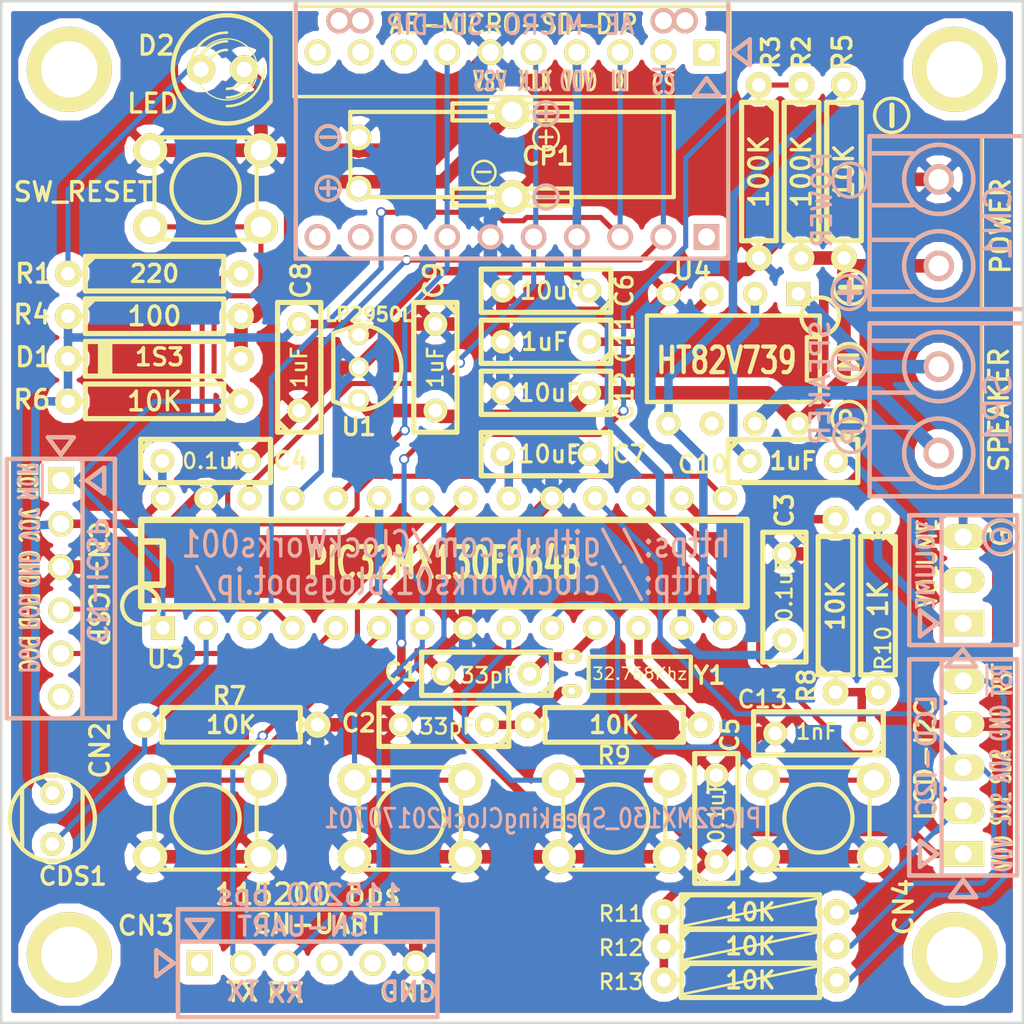
<source format=kicad_pcb>
(kicad_pcb (version 4) (host pcbnew 4.0.1-stable)
  (layers (0 F.Cu signal hide) (31 B.Cu signal hide) (34 B.Paste user hide) (35 F.Paste user hide) (36 B.SilkS user hide) (37 F.SilkS user) (38 B.Mask user hide) (39 F.Mask user hide) (44 Edge.Cuts user))
  (net 0 "")
  (net 1 GND)
  (net 2 "Net-(C5-Pad1)")
  (net 3 "Net-(C10-Pad1)")
  (net 4 "Net-(CN2-Pad1)")
  (net 5 "Net-(CN2-Pad4)")
  (net 6 "Net-(CN2-Pad5)")
  (net 7 "Net-(CN3-Pad2)")
  (net 8 "Net-(CN3-Pad3)")
  (net 9 "Net-(CN4-Pad2)")
  (net 10 "Net-(CN4-Pad3)")
  (net 11 "Net-(CN4-Pad5)")
  (net 12 "Net-(CP1-Pad1)")
  (net 13 "Net-(D2-Pad1)")
  (net 14 "Net-(SP1-Pad1)")
  (net 15 "Net-(SP1-Pad2)")
  (net 16 +5.0V)
  (net 17 +3.3V)
  (net 18 "Net-(C1-Pad1)")
  (net 19 "Net-(C2-Pad1)")
  (net 20 "Net-(C11-Pad1)")
  (net 21 "Net-(R9-Pad1)")
  (net 22 "Net-(R10-Pad1)")
  (net 23 "Net-(C7-Pad1)")
  (net 24 "Net-(C13-Pad1)")
  (net 25 "Net-(C10-Pad2)")
  (net 26 "Net-(CDS1-Pad2)")
  (net 27 "Net-(R1-Pad2)")
  (net 28 "Net-(R2-Pad2)")
  (net 29 "Net-(R5-Pad2)")
  (net 30 "Net-(R8-Pad2)")
  (net 31 "Net-(SDC1-Pad2)")
  (net 32 "Net-(SDC1-Pad3)")
  (net 33 "Net-(SDC1-Pad5)")
  (net 34 "Net-(SDC1-Pad7)")
  (net 35 "Net-(SW1-Pad2)")
  (net 36 "Net-(SW3-Pad2)")
  (net 37 "Net-(SW4-Pad2)")
  (module lib:PINHEAD1-10_MU (layer F.Cu) (at 140 88 180)
    (fp_text reference SDC2 hide)
    (fp_text value AE-MICRO-SD-DIP (at -0.1 1.65 180) (layer F.SilkS) (effects (font (size 1.1 1) (thickness 0.18))))
    (pad 10 thru_hole circle (at 11.43 0 180) (size 1.5 1.5) (drill 1) (layers *.Cu *.Mask F.SilkS))
    (pad 9 thru_hole circle (at 8.89 0 180) (size 1.5 1.5) (drill 1) (layers *.Cu *.Mask F.SilkS))
    (pad 8 thru_hole circle (at 6.35 0 180) (size 1.5 1.5) (drill 1) (layers *.Cu *.Mask F.SilkS))
    (pad 7 thru_hole circle (at 3.81 0 180) (size 1.5 1.5) (drill 1) (layers *.Cu *.Mask F.SilkS) (net 34 "Net-(SDC1-Pad7)"))
    (pad 1 thru_hole rect (at -11.43 0 180) (size 1.5 1.5) (drill 1) (layers *.Cu *.Mask F.SilkS))
    (pad 2 thru_hole circle (at -8.89 0 180) (size 1.5 1.5) (drill 1) (layers *.Cu *.Mask F.SilkS) (net 31 "Net-(SDC1-Pad2)"))
    (pad 3 thru_hole circle (at -6.35 0 180) (size 1.5 1.5) (drill 1) (layers *.Cu *.Mask F.SilkS) (net 32 "Net-(SDC1-Pad3)"))
    (pad 4 thru_hole circle (at -3.81 0 180) (size 1.5 1.5) (drill 1) (layers *.Cu *.Mask F.SilkS) (net 17 +3.3V))
    (pad 5 thru_hole circle (at -1.27 0 180) (size 1.5 1.5) (drill 1) (layers *.Cu *.Mask F.SilkS) (net 33 "Net-(SDC1-Pad5)"))
    (pad 6 thru_hole circle (at 1.27 0 180) (size 1.5 1.5) (drill 1) (layers *.Cu *.Mask F.SilkS) (net 1 GND))
  )
  (module lib:C_SE-5R5_V (layer F.Cu) (at 140 94 270)
    (fp_text reference CP1 (at 0.1 -2.1 360) (layer F.SilkS) (effects (font (size 1.016 1.016) (thickness 0.2032))))
    (fp_text value 1F hide)
    (fp_text user - (at 0.95 1.65 360) (layer F.SilkS))
    (fp_text user + (at -1.1 -2 540) (layer F.SilkS))
    (pad 1 thru_hole circle (at -2.5 0 270) (size 2 2) (drill 1.2) (layers *.Cu *.Mask F.SilkS) (net 12 "Net-(CP1-Pad1)"))
    (pad 2 thru_hole circle (at 2.5 0 270) (size 2 2) (drill 1.2) (layers *.Cu *.Mask F.SilkS) (net 1 GND))
  )
  (module lib:TERMINAL_2P (layer B.Cu) (at 161 109 90)
    (fp_text reference SP1 (at 0 7.564 90) (layer B.SilkS) (effects (font (size 1.5 1.5) (thickness 0.2)) (justify mirror)))
    (fp_text value SPEAKER hide)
    (pad 2 thru_hole circle (at -2.54 4.064 90) (size 1.8 1.8) (drill 1.2) (layers *.Cu *.Mask B.SilkS) (net 15 "Net-(SP1-Pad2)"))
    (pad 1 thru_hole circle (at 2.54 4.064 90) (size 1.8 1.8) (drill 1.2) (layers *.Cu *.Mask B.SilkS) (net 14 "Net-(SP1-Pad1)"))
  )
  (module lib:SD_CARD_AE-MICRO-SD-DIP (layer B.Cu) (at 140 98.8 180)
    (fp_text reference SDC1 hide)
    (fp_text value AE-MICRO-SD-DIP (at 0.1 12.4 180) (layer B.SilkS) (effects (font (size 1.1 1) (thickness 0.18)) (justify mirror)))
    (pad 1 thru_hole rect (at -11.43 -0.042 180) (size 1.5 1.5) (drill 1) (layers *.Cu *.Mask B.SilkS))
    (pad 2 thru_hole circle (at -8.89 -0.042 180) (size 1.5 1.5) (drill 1) (layers *.Cu *.Mask B.SilkS) (net 31 "Net-(SDC1-Pad2)"))
    (pad 3 thru_hole circle (at -6.35 -0.042 180) (size 1.5 1.5) (drill 1) (layers *.Cu *.Mask B.SilkS) (net 32 "Net-(SDC1-Pad3)"))
    (pad 4 thru_hole circle (at -3.81 -0.042 180) (size 1.5 1.5) (drill 1) (layers *.Cu *.Mask B.SilkS) (net 17 +3.3V))
    (pad 5 thru_hole circle (at -1.27 -0.042 180) (size 1.5 1.5) (drill 1) (layers *.Cu *.Mask B.SilkS) (net 33 "Net-(SDC1-Pad5)"))
    (pad 6 thru_hole circle (at 1.27 -0.042 180) (size 1.5 1.5) (drill 1) (layers *.Cu *.Mask B.SilkS) (net 1 GND))
    (pad 7 thru_hole circle (at 3.81 -0.042 180) (size 1.5 1.5) (drill 1) (layers *.Cu *.Mask B.SilkS) (net 34 "Net-(SDC1-Pad7)"))
    (pad 8 thru_hole circle (at 6.35 -0.042 180) (size 1.5 1.5) (drill 1) (layers *.Cu *.Mask B.SilkS))
    (pad 9 thru_hole circle (at 8.89 -0.042 180) (size 1.5 1.5) (drill 1) (layers *.Cu *.Mask B.SilkS))
    (pad 10 thru_hole circle (at 11.43 -0.042 180) (size 1.5 1.5) (drill 1) (layers *.Cu *.Mask B.SilkS))
    (pad 11 thru_hole circle (at -8.89 12.658 180) (size 1.5 1.5) (drill 1) (layers *.Cu *.Mask B.SilkS))
    (pad 11 thru_hole circle (at -10.16 12.658 180) (size 1.5 1.5) (drill 1) (layers *.Cu *.Mask B.SilkS))
    (pad 15 thru_hole circle (at 8.89 12.658 180) (size 1.5 1.5) (drill 1) (layers *.Cu *.Mask B.SilkS))
    (pad 15 thru_hole circle (at 10.16 12.658 180) (size 1.5 1.5) (drill 1) (layers *.Cu *.Mask B.SilkS))
  )
  (module lib:DIP-28_300_MU (layer F.Cu) (at 136 118)
    (fp_text reference U3 (at -16.35 5.6 180) (layer F.SilkS) (effects (font (size 1.1 1.1) (thickness 0.2))))
    (fp_text value PIC32MX130F064B (at 0.05 0) (layer F.SilkS) (effects (font (size 1.778 1.143) (thickness 0.28575))))
    (pad 1 thru_hole rect (at -16.51 3.81) (size 1.397 1.397) (drill 0.8) (layers *.Cu *.Mask F.SilkS) (net 4 "Net-(CN2-Pad1)"))
    (pad 2 thru_hole circle (at -13.97 3.81) (size 1.397 1.397) (drill 0.8) (layers *.Cu *.Mask F.SilkS) (net 26 "Net-(CDS1-Pad2)"))
    (pad 3 thru_hole circle (at -11.43 3.81) (size 1.397 1.397) (drill 0.8) (layers *.Cu *.Mask F.SilkS) (net 32 "Net-(SDC1-Pad3)"))
    (pad 4 thru_hole circle (at -8.89 3.81) (size 1.397 1.397) (drill 0.8) (layers *.Cu *.Mask F.SilkS) (net 5 "Net-(CN2-Pad4)"))
    (pad 5 thru_hole circle (at -6.35 3.81) (size 1.397 1.397) (drill 0.8) (layers *.Cu *.Mask F.SilkS) (net 6 "Net-(CN2-Pad5)"))
    (pad 6 thru_hole circle (at -3.81 3.81) (size 1.397 1.397) (drill 0.8) (layers *.Cu *.Mask F.SilkS) (net 35 "Net-(SW1-Pad2)"))
    (pad 7 thru_hole circle (at -1.27 3.81) (size 1.397 1.397) (drill 0.8) (layers *.Cu *.Mask F.SilkS) (net 28 "Net-(R2-Pad2)"))
    (pad 8 thru_hole circle (at 1.27 3.81) (size 1.397 1.397) (drill 0.8) (layers *.Cu *.Mask F.SilkS) (net 1 GND))
    (pad 9 thru_hole circle (at 3.81 3.81) (size 1.397 1.397) (drill 0.8) (layers *.Cu *.Mask F.SilkS) (net 36 "Net-(SW3-Pad2)"))
    (pad 10 thru_hole circle (at 6.35 3.81) (size 1.397 1.397) (drill 0.8) (layers *.Cu *.Mask F.SilkS) (net 37 "Net-(SW4-Pad2)"))
    (pad 11 thru_hole circle (at 8.89 3.81) (size 1.397 1.397) (drill 0.8) (layers *.Cu *.Mask F.SilkS) (net 18 "Net-(C1-Pad1)"))
    (pad 12 thru_hole circle (at 11.43 3.81) (size 1.397 1.397) (drill 0.8) (layers *.Cu *.Mask F.SilkS) (net 21 "Net-(R9-Pad1)"))
    (pad 13 thru_hole circle (at 13.97 3.81) (size 1.397 1.397) (drill 0.8) (layers *.Cu *.Mask F.SilkS) (net 17 +3.3V))
    (pad 14 thru_hole circle (at 16.51 3.81) (size 1.397 1.397) (drill 0.8) (layers *.Cu *.Mask F.SilkS) (net 29 "Net-(R5-Pad2)"))
    (pad 15 thru_hole circle (at 16.51 -3.81) (size 1.397 1.397) (drill 0.8) (layers *.Cu *.Mask F.SilkS) (net 27 "Net-(R1-Pad2)"))
    (pad 16 thru_hole circle (at 13.97 -3.81) (size 1.397 1.397) (drill 0.8) (layers *.Cu *.Mask F.SilkS) (net 30 "Net-(R8-Pad2)"))
    (pad 17 thru_hole circle (at 11.43 -3.81) (size 1.397 1.397) (drill 0.8) (layers *.Cu *.Mask F.SilkS) (net 9 "Net-(CN4-Pad2)"))
    (pad 18 thru_hole circle (at 8.89 -3.81) (size 1.397 1.397) (drill 0.8) (layers *.Cu *.Mask F.SilkS) (net 10 "Net-(CN4-Pad3)"))
    (pad 19 thru_hole circle (at 6.35 -3.81) (size 1.397 1.397) (drill 0.8) (layers *.Cu *.Mask F.SilkS) (net 1 GND))
    (pad 20 thru_hole circle (at 3.81 -3.81) (size 1.397 1.397) (drill 0.8) (layers *.Cu *.Mask F.SilkS) (net 23 "Net-(C7-Pad1)"))
    (pad 21 thru_hole circle (at 1.27 -3.81) (size 1.397 1.397) (drill 0.8) (layers *.Cu *.Mask F.SilkS) (net 7 "Net-(CN3-Pad2)"))
    (pad 22 thru_hole circle (at -1.27 -3.81) (size 1.397 1.397) (drill 0.8) (layers *.Cu *.Mask F.SilkS) (net 8 "Net-(CN3-Pad3)"))
    (pad 23 thru_hole circle (at -3.81 -3.81) (size 1.397 1.397) (drill 0.8) (layers *.Cu *.Mask F.SilkS) (net 2 "Net-(C5-Pad1)"))
    (pad 24 thru_hole circle (at -6.35 -3.81) (size 1.397 1.397) (drill 0.8) (layers *.Cu *.Mask F.SilkS) (net 34 "Net-(SDC1-Pad7)"))
    (pad 25 thru_hole circle (at -8.89 -3.81) (size 1.397 1.397) (drill 0.8) (layers *.Cu *.Mask F.SilkS) (net 31 "Net-(SDC1-Pad2)"))
    (pad 26 thru_hole circle (at -11.43 -3.81) (size 1.397 1.397) (drill 0.8) (layers *.Cu *.Mask F.SilkS) (net 33 "Net-(SDC1-Pad5)"))
    (pad 27 thru_hole circle (at -13.97 -3.81) (size 1.397 1.397) (drill 0.8) (layers *.Cu *.Mask F.SilkS) (net 1 GND))
    (pad 28 thru_hole circle (at -16.51 -3.81) (size 1.397 1.397) (drill 0.8) (layers *.Cu *.Mask F.SilkS) (net 17 +3.3V))
  )
  (module lib:R4_MU (layer F.Cu) (at 119 108.5 180)
    (fp_text reference R6 (at 7.2 0.1 180) (layer F.SilkS) (effects (font (size 1.1 1.1) (thickness 0.2032))))
    (fp_text value 10K (at 0 0 180) (layer F.SilkS) (effects (font (size 1.1 1.1) (thickness 0.2032))))
    (pad 1 thru_hole circle (at -5.08 0 180) (size 1.524 1.524) (drill 0.8) (layers *.Cu *.Mask F.SilkS) (net 4 "Net-(CN2-Pad1)"))
    (pad 2 thru_hole circle (at 5.08 0 180) (size 1.524 1.524) (drill 0.8) (layers *.Cu *.Mask F.SilkS) (net 17 +3.3V))
  )
  (module lib:C2_MU (layer F.Cu) (at 152 133 90)
    (fp_text reference C5 (at 4.9 0.8 270) (layer F.SilkS) (effects (font (size 1.016 1.016) (thickness 0.2))))
    (fp_text value 0.1uF (at 0.4 0 90) (layer F.SilkS) (effects (font (size 0.9 0.9))))
    (pad 1 thru_hole circle (at -2.54 0 90) (size 1.397 1.397) (drill 0.8) (layers *.Cu *.Mask F.SilkS) (net 2 "Net-(C5-Pad1)"))
    (pad 2 thru_hole circle (at 2.54 0 90) (size 1.397 1.397) (drill 0.8) (layers *.Cu *.Mask F.SilkS) (net 1 GND))
  )
  (module lib:DIP-8_300_MU (layer F.Cu) (at 153 106 180)
    (fp_text reference U4 (at 2.4 5.2 180) (layer F.SilkS) (effects (font (size 1.1 1.1) (thickness 0.2))))
    (fp_text value HT82V739 (at 0.4 -0.1 180) (layer F.SilkS) (effects (font (size 1.5 1.1) (thickness 0.25))))
    (pad 1 thru_hole rect (at -3.81 3.81 180) (size 1.397 1.397) (drill 0.8) (layers *.Cu *.Mask F.SilkS) (net 14 "Net-(SP1-Pad1)"))
    (pad 2 thru_hole circle (at -1.27 3.81 180) (size 1.397 1.397) (drill 0.8) (layers *.Cu *.Mask F.SilkS) (net 3 "Net-(C10-Pad1)"))
    (pad 3 thru_hole circle (at 1.27 3.81 180) (size 1.397 1.397) (drill 0.8) (layers *.Cu *.Mask F.SilkS) (net 20 "Net-(C11-Pad1)"))
    (pad 4 thru_hole circle (at 3.81 3.81 180) (size 1.397 1.397) (drill 0.8) (layers *.Cu *.Mask F.SilkS) (net 1 GND))
    (pad 5 thru_hole circle (at 3.81 -3.81 180) (size 1.397 1.397) (drill 0.8) (layers *.Cu *.Mask F.SilkS) (net 29 "Net-(R5-Pad2)"))
    (pad 6 thru_hole circle (at 1.27 -3.81 180) (size 1.397 1.397) (drill 0.8) (layers *.Cu *.Mask F.SilkS))
    (pad 7 thru_hole circle (at -1.27 -3.81 180) (size 1.397 1.397) (drill 0.8) (layers *.Cu *.Mask F.SilkS) (net 15 "Net-(SP1-Pad2)"))
    (pad 8 thru_hole circle (at -3.81 -3.81 180) (size 1.397 1.397) (drill 0.8) (layers *.Cu *.Mask F.SilkS) (net 16 +5.0V))
  )
  (module lib:PINHEAD1-6_MU (layer F.Cu) (at 128 141.5)
    (fp_text reference CN3 (at -9.5 -2.2 180) (layer F.SilkS) (effects (font (size 1.1 1.1) (thickness 0.2))))
    (fp_text value CN-UART-FTDI-TTL-232R-3V3 hide)
    (pad 1 thru_hole rect (at -6.35 0) (size 1.5 1.5) (drill 1) (layers *.Cu *.Mask F.SilkS))
    (pad 2 thru_hole circle (at -3.81 0) (size 1.5 1.5) (drill 1) (layers *.Cu *.Mask F.SilkS) (net 7 "Net-(CN3-Pad2)"))
    (pad 3 thru_hole circle (at -1.27 0) (size 1.5 1.5) (drill 1) (layers *.Cu *.Mask F.SilkS) (net 8 "Net-(CN3-Pad3)"))
    (pad 4 thru_hole circle (at 1.27 0) (size 1.5 1.5) (drill 1) (layers *.Cu *.Mask F.SilkS))
    (pad 5 thru_hole circle (at 3.81 0) (size 1.5 1.5) (drill 1) (layers *.Cu *.Mask F.SilkS))
    (pad 6 thru_hole circle (at 6.35 0) (size 1.5 1.5) (drill 1) (layers *.Cu *.Mask F.SilkS) (net 1 GND))
  )
  (module lib:PINHEAD1-6_MU (layer F.Cu) (at 113.5 119.5 270)
    (fp_text reference CN2 (at 9.5 -2.3 270) (layer F.SilkS) (effects (font (size 1.1 1.1) (thickness 0.2))))
    (fp_text value CN-ICSP hide)
    (pad 1 thru_hole rect (at -6.35 0 270) (size 1.5 1.5) (drill 1) (layers *.Cu *.Mask F.SilkS) (net 4 "Net-(CN2-Pad1)"))
    (pad 2 thru_hole circle (at -3.81 0 270) (size 1.5 1.5) (drill 1) (layers *.Cu *.Mask F.SilkS) (net 17 +3.3V))
    (pad 3 thru_hole circle (at -1.27 0 270) (size 1.5 1.5) (drill 1) (layers *.Cu *.Mask F.SilkS) (net 1 GND))
    (pad 4 thru_hole circle (at 1.27 0 270) (size 1.5 1.5) (drill 1) (layers *.Cu *.Mask F.SilkS) (net 5 "Net-(CN2-Pad4)"))
    (pad 5 thru_hole circle (at 3.81 0 270) (size 1.5 1.5) (drill 1) (layers *.Cu *.Mask F.SilkS) (net 6 "Net-(CN2-Pad5)"))
    (pad 6 thru_hole circle (at 6.35 0 270) (size 1.5 1.5) (drill 1) (layers *.Cu *.Mask F.SilkS))
  )
  (module lib:C2_MU (layer F.Cu) (at 156 120 270)
    (fp_text reference C3 (at -5.1 0 450) (layer F.SilkS) (effects (font (size 1.016 1.016) (thickness 0.2032))))
    (fp_text value 0.1uF (at -0.4 0 270) (layer F.SilkS) (effects (font (size 0.9 0.9))))
    (pad 1 thru_hole circle (at -2.54 0 270) (size 1.397 1.397) (drill 0.8) (layers *.Cu *.Mask F.SilkS) (net 1 GND))
    (pad 2 thru_hole circle (at 2.54 0 270) (size 1.397 1.397) (drill 0.8) (layers *.Cu *.Mask F.SilkS) (net 17 +3.3V))
  )
  (module lib:R4_MU (layer F.Cu) (at 154 140.5)
    (fp_text reference R12 (at -7.6 0.1 180) (layer F.SilkS) (effects (font (size 0.9 0.9))))
    (fp_text value 10K (at 0 0) (layer F.SilkS) (effects (font (thickness 0.2))))
    (pad 1 thru_hole circle (at -5.08 0) (size 1.524 1.524) (drill 0.8) (layers *.Cu *.Mask F.SilkS) (net 2 "Net-(C5-Pad1)"))
    (pad 2 thru_hole circle (at 5.08 0) (size 1.524 1.524) (drill 0.8) (layers *.Cu *.Mask F.SilkS) (net 10 "Net-(CN4-Pad3)"))
  )
  (module lib:C2_MU (layer F.Cu) (at 138.5 124.5 180)
    (fp_text reference C1 (at 5 0.1 360) (layer F.SilkS) (effects (font (size 1.016 1.016) (thickness 0.2032))))
    (fp_text value 33pF (at -0.1 -0.1 180) (layer F.SilkS) (effects (font (size 0.9 0.9))))
    (pad 1 thru_hole circle (at -2.54 0 180) (size 1.397 1.397) (drill 0.8) (layers *.Cu *.Mask F.SilkS) (net 18 "Net-(C1-Pad1)"))
    (pad 2 thru_hole circle (at 2.54 0 180) (size 1.397 1.397) (drill 0.8) (layers *.Cu *.Mask F.SilkS) (net 1 GND))
  )
  (module lib:C2_MU (layer F.Cu) (at 136 127.5 180)
    (fp_text reference C2 (at 5 0.1 360) (layer F.SilkS) (effects (font (size 1.016 1.016) (thickness 0.2032))))
    (fp_text value 33pF (at -0.2 -0.1 180) (layer F.SilkS) (effects (font (size 0.9 0.9))))
    (pad 1 thru_hole circle (at -2.54 0 180) (size 1.397 1.397) (drill 0.8) (layers *.Cu *.Mask F.SilkS) (net 19 "Net-(C2-Pad1)"))
    (pad 2 thru_hole circle (at 2.54 0 180) (size 1.397 1.397) (drill 0.8) (layers *.Cu *.Mask F.SilkS) (net 1 GND))
  )
  (module lib:C2_MU (layer F.Cu) (at 122 112)
    (fp_text reference C4 (at 5 0 180) (layer F.SilkS) (effects (font (size 1.016 1.016) (thickness 0.2032))))
    (fp_text value 0.1uF (at 0.5 0) (layer F.SilkS) (effects (font (size 0.9 0.9))))
    (pad 1 thru_hole circle (at -2.54 0) (size 1.397 1.397) (drill 0.8) (layers *.Cu *.Mask F.SilkS) (net 17 +3.3V))
    (pad 2 thru_hole circle (at 2.54 0) (size 1.397 1.397) (drill 0.8) (layers *.Cu *.Mask F.SilkS) (net 1 GND))
  )
  (module lib:C2_MU (layer F.Cu) (at 142 102 180)
    (fp_text reference C6 (at -4.6 0 270) (layer F.SilkS) (effects (font (thickness 0.18))))
    (fp_text value 10uF (at -0.3 0 180) (layer F.SilkS) (effects (font (thickness 0.18))))
    (pad 1 thru_hole circle (at -2.54 0 180) (size 1.397 1.397) (drill 0.8) (layers *.Cu *.Mask F.SilkS) (net 17 +3.3V))
    (pad 2 thru_hole circle (at 2.54 0 180) (size 1.397 1.397) (drill 0.8) (layers *.Cu *.Mask F.SilkS) (net 1 GND))
  )
  (module lib:C2_MU (layer F.Cu) (at 142 111.6)
    (fp_text reference C7 (at 4.9 0) (layer F.SilkS) (effects (font (thickness 0.18))))
    (fp_text value 10uF (at 0.2 0) (layer F.SilkS) (effects (font (thickness 0.18))))
    (pad 1 thru_hole circle (at -2.54 0) (size 1.397 1.397) (drill 0.8) (layers *.Cu *.Mask F.SilkS) (net 23 "Net-(C7-Pad1)"))
    (pad 2 thru_hole circle (at 2.54 0) (size 1.397 1.397) (drill 0.8) (layers *.Cu *.Mask F.SilkS) (net 1 GND))
  )
  (module lib:C2_MU (layer F.Cu) (at 158 128 180)
    (fp_text reference C13 (at 3.3 2 180) (layer F.SilkS) (effects (font (thickness 0.18))))
    (fp_text value 1nF (at 0.1 0.1 180) (layer F.SilkS) (effects (font (size 0.9 0.9))))
    (pad 1 thru_hole circle (at -2.54 0 180) (size 1.397 1.397) (drill 0.8) (layers *.Cu *.Mask F.SilkS) (net 24 "Net-(C13-Pad1)"))
    (pad 2 thru_hole circle (at 2.54 0 180) (size 1.397 1.397) (drill 0.8) (layers *.Cu *.Mask F.SilkS) (net 1 GND))
  )
  (module lib:C2_MU (layer F.Cu) (at 142 105 180)
    (fp_text reference C11 (at -4.6 0.2 270) (layer F.SilkS) (effects (font (thickness 0.18))))
    (fp_text value 1uF (at 0.1 0 180) (layer F.SilkS) (effects (font (thickness 0.18))))
    (pad 1 thru_hole circle (at -2.54 0 180) (size 1.397 1.397) (drill 0.8) (layers *.Cu *.Mask F.SilkS) (net 20 "Net-(C11-Pad1)"))
    (pad 2 thru_hole circle (at 2.54 0 180) (size 1.397 1.397) (drill 0.8) (layers *.Cu *.Mask F.SilkS) (net 1 GND))
  )
  (module lib:LED-5MM_AK (layer F.Cu) (at 123 89)
    (fp_text reference D2 (at -3.9 -1.4 180) (layer F.SilkS) (effects (font (size 1.1 1.1) (thickness 0.2))))
    (fp_text value LED (at -4.1 2) (layer F.SilkS) (effects (font (size 1.1 1.1) (thickness 0.2))))
    (pad 1 thru_hole circle (at -1.27 0) (size 1.6764 1.6764) (drill 0.9) (layers *.Cu *.Mask F.SilkS) (net 13 "Net-(D2-Pad1)"))
    (pad 2 thru_hole circle (at 1.27 0) (size 1.6764 1.6764) (drill 0.9) (layers *.Cu *.Mask F.SilkS) (net 1 GND))
  )
  (module lib:R4_MU (layer F.Cu) (at 119 101)
    (fp_text reference R1 (at -7.1 0) (layer F.SilkS) (effects (font (size 1.1 1.1) (thickness 0.2032))))
    (fp_text value 220 (at 0 0) (layer F.SilkS) (effects (font (thickness 0.2))))
    (pad 1 thru_hole circle (at -5.08 0) (size 1.524 1.524) (drill 0.8) (layers *.Cu *.Mask F.SilkS) (net 13 "Net-(D2-Pad1)"))
    (pad 2 thru_hole circle (at 5.08 0) (size 1.524 1.524) (drill 0.8) (layers *.Cu *.Mask F.SilkS) (net 27 "Net-(R1-Pad2)"))
  )
  (module lib:R4_MU (layer F.Cu) (at 157 95 90)
    (fp_text reference R2 (at 7 0 90) (layer F.SilkS) (effects (font (thickness 0.2))))
    (fp_text value 100K (at 0 0 90) (layer F.SilkS) (effects (font (size 1.1 1.1) (thickness 0.2))))
    (pad 1 thru_hole circle (at -5.08 0 90) (size 1.524 1.524) (drill 0.8) (layers *.Cu *.Mask F.SilkS) (net 16 +5.0V))
    (pad 2 thru_hole circle (at 5.08 0 90) (size 1.524 1.524) (drill 0.8) (layers *.Cu *.Mask F.SilkS) (net 28 "Net-(R2-Pad2)"))
  )
  (module lib:R4_MU (layer F.Cu) (at 154.5 95 270)
    (fp_text reference R3 (at -7 -0.7 270) (layer F.SilkS) (effects (font (thickness 0.2))))
    (fp_text value 100K (at 0 0 270) (layer F.SilkS) (effects (font (size 1.1 1.1) (thickness 0.2))))
    (pad 1 thru_hole circle (at -5.08 0 270) (size 1.524 1.524) (drill 0.8) (layers *.Cu *.Mask F.SilkS) (net 28 "Net-(R2-Pad2)"))
    (pad 2 thru_hole circle (at 5.08 0 270) (size 1.524 1.524) (drill 0.8) (layers *.Cu *.Mask F.SilkS) (net 1 GND))
  )
  (module lib:R4_MU (layer F.Cu) (at 119 103.5)
    (fp_text reference R4 (at -7.2 -0.1) (layer F.SilkS) (effects (font (size 1.1 1.1) (thickness 0.2032))))
    (fp_text value 100 (at 0 0 180) (layer F.SilkS) (effects (font (size 1.1 1.1) (thickness 0.2))))
    (pad 1 thru_hole circle (at -5.08 0) (size 1.524 1.524) (drill 0.8) (layers *.Cu *.Mask F.SilkS) (net 17 +3.3V))
    (pad 2 thru_hole circle (at 5.08 0) (size 1.524 1.524) (drill 0.8) (layers *.Cu *.Mask F.SilkS) (net 12 "Net-(CP1-Pad1)"))
  )
  (module lib:R4_MU (layer F.Cu) (at 159.5 95 90)
    (fp_text reference R5 (at 7 -0.1 90) (layer F.SilkS) (effects (font (size 1.1 1.1) (thickness 0.2032))))
    (fp_text value 10K (at 0 0 90) (layer F.SilkS) (effects (font (size 1.1 1.1) (thickness 0.2))))
    (pad 1 thru_hole circle (at -5.08 0 90) (size 1.524 1.524) (drill 0.8) (layers *.Cu *.Mask F.SilkS) (net 16 +5.0V))
    (pad 2 thru_hole circle (at 5.08 0 90) (size 1.524 1.524) (drill 0.8) (layers *.Cu *.Mask F.SilkS) (net 29 "Net-(R5-Pad2)"))
  )
  (module lib:R4_MU (layer F.Cu) (at 123.5 127.5)
    (fp_text reference R7 (at -0.1 -1.7) (layer F.SilkS) (effects (font (thickness 0.2))))
    (fp_text value 10K (at 0 0) (layer F.SilkS) (effects (font (thickness 0.2))))
    (pad 1 thru_hole circle (at -5.08 0) (size 1.524 1.524) (drill 0.8) (layers *.Cu *.Mask F.SilkS) (net 26 "Net-(CDS1-Pad2)"))
    (pad 2 thru_hole circle (at 5.08 0) (size 1.524 1.524) (drill 0.8) (layers *.Cu *.Mask F.SilkS) (net 1 GND))
  )
  (module lib:R4_MU (layer F.Cu) (at 159 120.5 90)
    (fp_text reference R8 (at -4.7 -1.7 90) (layer F.SilkS) (effects (font (thickness 0.2))))
    (fp_text value 10K (at 0 0 90) (layer F.SilkS) (effects (font (thickness 0.2))))
    (pad 1 thru_hole circle (at -5.08 0 90) (size 1.524 1.524) (drill 0.8) (layers *.Cu *.Mask F.SilkS) (net 24 "Net-(C13-Pad1)"))
    (pad 2 thru_hole circle (at 5.08 0 90) (size 1.524 1.524) (drill 0.8) (layers *.Cu *.Mask F.SilkS) (net 30 "Net-(R8-Pad2)"))
  )
  (module lib:R4_MU (layer F.Cu) (at 146 127.5 180)
    (fp_text reference R9 (at 0 -1.8 180) (layer F.SilkS) (effects (font (thickness 0.18))))
    (fp_text value 10K (at 0 0 180) (layer F.SilkS) (effects (font (thickness 0.2))))
    (pad 1 thru_hole circle (at -5.08 0 180) (size 1.524 1.524) (drill 0.8) (layers *.Cu *.Mask F.SilkS) (net 21 "Net-(R9-Pad1)"))
    (pad 2 thru_hole circle (at 5.08 0 180) (size 1.524 1.524) (drill 0.8) (layers *.Cu *.Mask F.SilkS) (net 19 "Net-(C2-Pad1)"))
  )
  (module lib:R4_MU (layer F.Cu) (at 161.5 120.5 270)
    (fp_text reference R10 (at 2.5 -0.3 270) (layer F.SilkS) (effects (font (size 0.9 0.9))))
    (fp_text value 1K (at -0.4 0 270) (layer F.SilkS) (effects (font (size 1.1 1.1) (thickness 0.2))))
    (pad 1 thru_hole circle (at -5.08 0 270) (size 1.524 1.524) (drill 0.8) (layers *.Cu *.Mask F.SilkS) (net 22 "Net-(R10-Pad1)"))
    (pad 2 thru_hole circle (at 5.08 0 270) (size 1.524 1.524) (drill 0.8) (layers *.Cu *.Mask F.SilkS) (net 24 "Net-(C13-Pad1)"))
  )
  (module lib:R4_MU (layer F.Cu) (at 154 138.5)
    (fp_text reference R11 (at -7.6 0.1) (layer F.SilkS) (effects (font (size 0.9 0.9))))
    (fp_text value 10K (at 0 0) (layer F.SilkS) (effects (font (thickness 0.2))))
    (pad 1 thru_hole circle (at -5.08 0) (size 1.524 1.524) (drill 0.8) (layers *.Cu *.Mask F.SilkS) (net 2 "Net-(C5-Pad1)"))
    (pad 2 thru_hole circle (at 5.08 0) (size 1.524 1.524) (drill 0.8) (layers *.Cu *.Mask F.SilkS) (net 9 "Net-(CN4-Pad2)"))
  )
  (module lib:R4_MU (layer F.Cu) (at 154 142.5)
    (fp_text reference R13 (at -7.6 0.1) (layer F.SilkS) (effects (font (size 0.9 0.9))))
    (fp_text value 10K (at 0 0) (layer F.SilkS) (effects (font (thickness 0.2))))
    (pad 1 thru_hole circle (at -5.08 0) (size 1.524 1.524) (drill 0.8) (layers *.Cu *.Mask F.SilkS) (net 2 "Net-(C5-Pad1)"))
    (pad 2 thru_hole circle (at 5.08 0) (size 1.524 1.524) (drill 0.8) (layers *.Cu *.Mask F.SilkS) (net 11 "Net-(CN4-Pad5)"))
  )
  (module lib:SW_PUSH-6mm_AK (layer F.Cu) (at 122 96)
    (fp_text reference SW_RESET1 hide)
    (fp_text value SW_RESET (at -7.2 0.2) (layer F.SilkS) (effects (font (size 1.1 1.1) (thickness 0.2))))
    (pad 1 thru_hole circle (at -3.25 -2.25) (size 2 2) (drill 1.2) (layers *.Cu *.Mask F.SilkS) (net 1 GND))
    (pad 1 thru_hole circle (at 3.25 -2.25) (size 2 2) (drill 1.2) (layers *.Cu *.Mask F.SilkS) (net 1 GND))
    (pad 2 thru_hole circle (at 3.25 2.25) (size 2 2) (drill 1.2) (layers *.Cu *.Mask F.SilkS) (net 4 "Net-(CN2-Pad1)"))
    (pad 2 thru_hole circle (at -3.25 2.25) (size 2 2) (drill 1.2) (layers *.Cu *.Mask F.SilkS) (net 4 "Net-(CN2-Pad1)"))
  )
  (module lib:D4_MU (layer F.Cu) (at 119 106)
    (fp_text reference D1 (at -7.1 -0.1) (layer F.SilkS) (effects (font (size 1.1 1.1) (thickness 0.2))))
    (fp_text value 1S3 (at 0.3 -0.1) (layer F.SilkS) (effects (font (thickness 0.2))))
    (pad 1 thru_hole circle (at -5.08 0) (size 1.524 1.524) (drill 0.8) (layers *.Cu *.Mask F.SilkS) (net 17 +3.3V))
    (pad 2 thru_hole circle (at 5.08 0) (size 1.524 1.524) (drill 0.8) (layers *.Cu *.Mask F.SilkS) (net 12 "Net-(CP1-Pad1)"))
  )
  (module lib:TO92 (layer F.Cu) (at 131 106.5 270)
    (fp_text reference U1 (at 3.5 0 360) (layer F.SilkS) (effects (font (thickness 0.2))))
    (fp_text value LP2950L (at -3.1 -0.6 360) (layer F.SilkS) (effects (font (size 0.8 0.8) (thickness 0.18))))
    (pad 1 thru_hole circle (at -1.905 0 270) (size 1.2 1.2) (drill 0.8) (layers *.Cu *.Mask F.SilkS) (net 17 +3.3V))
    (pad 2 thru_hole circle (at 0 0 270) (size 1.2 1.2) (drill 0.8) (layers *.Cu *.Mask F.SilkS) (net 1 GND))
    (pad 3 thru_hole circle (at 1.905 0 270) (size 1.2 1.2) (drill 0.8) (layers *.Cu *.Mask F.SilkS) (net 16 +5.0V))
  )
  (module lib:PINHEAD1-5_MU2 (layer F.Cu) (at 166.5 130 90)
    (fp_text reference CN4 (at -8.2 -3.5 270) (layer F.SilkS) (effects (font (size 1.1 1.1) (thickness 0.2))))
    (fp_text value LCD_I2C_AQM1602XA-RN-GBW hide)
    (pad 1 thru_hole rect (at -5.08 0 90) (size 1.5 2.5) (drill 1) (layers *.Cu *.Mask F.SilkS) (net 2 "Net-(C5-Pad1)"))
    (pad 2 thru_hole oval (at -2.54 0 90) (size 1.5 2.5) (drill 1) (layers *.Cu *.Mask F.SilkS) (net 9 "Net-(CN4-Pad2)"))
    (pad 3 thru_hole oval (at 0 0 90) (size 1.5 2.5) (drill 1) (layers *.Cu *.Mask F.SilkS) (net 10 "Net-(CN4-Pad3)"))
    (pad 4 thru_hole oval (at 2.54 0 90) (size 1.5 2.5) (drill 1) (layers *.Cu *.Mask F.SilkS) (net 1 GND))
    (pad 5 thru_hole oval (at 5.08 0 90) (size 1.5 2.5) (drill 1) (layers *.Cu *.Mask F.SilkS) (net 11 "Net-(CN4-Pad5)"))
  )
  (module lib:PAD3mmX5mm (layer F.Cu) (at 114 89)
    (fp_text reference PAD15 hide)
    (fp_text value PAD hide)
    (pad 1 thru_hole circle (at 0 0) (size 5 5) (drill 3.3) (layers *.Cu *.Mask F.SilkS))
  )
  (module lib:PAD3mmX5mm (layer F.Cu) (at 166 89)
    (fp_text reference PAD16 hide)
    (fp_text value PAD hide)
    (pad 1 thru_hole circle (at 0 0) (size 5 5) (drill 3.3) (layers *.Cu *.Mask F.SilkS))
  )
  (module lib:PAD3mmX5mm (layer F.Cu) (at 114 141)
    (fp_text reference PAD17 hide)
    (fp_text value PAD hide)
    (pad 1 thru_hole circle (at 0 0) (size 5 5) (drill 3.3) (layers *.Cu *.Mask F.SilkS))
  )
  (module lib:PAD3mmX5mm (layer F.Cu) (at 166 141)
    (fp_text reference PAD18 hide)
    (fp_text value PAD hide)
    (pad 1 thru_hole circle (at 0 0) (size 5 5) (drill 3.3) (layers *.Cu *.Mask F.SilkS))
  )
  (module lib:X_TAL_VT200 (layer F.Cu) (at 143.5 124.5 270)
    (fp_text reference Y1 (at 0.1 -8.1 360) (layer F.SilkS) (effects (font (size 1.016 1.016) (thickness 0.2032))))
    (fp_text value 32.768Khz (at 0 -4 360) (layer F.SilkS) (effects (font (size 0.7 0.7) (thickness 0.1))))
    (pad 1 thru_hole oval (at -1.016 0 270) (size 0.8 1.2) (drill 0.4) (layers *.Cu *.Mask F.SilkS) (net 18 "Net-(C1-Pad1)"))
    (pad 2 thru_hole oval (at 1.016 0 270) (size 0.8 1.2) (drill 0.4) (layers *.Cu *.Mask F.SilkS) (net 19 "Net-(C2-Pad1)"))
  )
  (module lib:CDS_5mm (layer F.Cu) (at 113 133 270)
    (fp_text reference CDS1 (at 3.4 -1.2 360) (layer F.SilkS) (effects (font (size 1.016 1.016) (thickness 0.2032))))
    (fp_text value 10-20K/1M hide)
    (pad 1 thru_hole circle (at -1.5 0 270) (size 1.4 1.4) (drill 0.8) (layers *.Cu *.Mask F.SilkS) (net 17 +3.3V))
    (pad 2 thru_hole circle (at 1.5 0 270) (size 1.4 1.4) (drill 0.8) (layers *.Cu *.Mask F.SilkS) (net 26 "Net-(CDS1-Pad2)"))
  )
  (module lib:C2_MU (layer F.Cu) (at 135.5 106.5 270)
    (fp_text reference C9 (at -5.1 0.1 270) (layer F.SilkS) (effects (font (size 1.1 1.1) (thickness 0.2))))
    (fp_text value 1uF (at 0 0 270) (layer F.SilkS) (effects (font (size 0.9 0.9))))
    (pad 1 thru_hole circle (at -2.54 0 270) (size 1.397 1.397) (drill 0.8) (layers *.Cu *.Mask F.SilkS) (net 1 GND))
    (pad 2 thru_hole circle (at 2.54 0 270) (size 1.397 1.397) (drill 0.8) (layers *.Cu *.Mask F.SilkS) (net 16 +5.0V))
  )
  (module lib:C2_MU (layer F.Cu) (at 156.5 112)
    (fp_text reference C10 (at -5.3 0.2) (layer F.SilkS) (effects (font (thickness 0.18))))
    (fp_text value 1uF (at 0 0) (layer F.SilkS) (effects (font (thickness 0.2))))
    (pad 1 thru_hole circle (at -2.54 0) (size 1.397 1.397) (drill 0.8) (layers *.Cu *.Mask F.SilkS) (net 3 "Net-(C10-Pad1)"))
    (pad 2 thru_hole circle (at 2.54 0) (size 1.397 1.397) (drill 0.8) (layers *.Cu *.Mask F.SilkS) (net 25 "Net-(C10-Pad2)"))
  )
  (module lib:C2_MU (layer F.Cu) (at 127.5 106.5 90)
    (fp_text reference C8 (at 5.1 0.1 90) (layer F.SilkS) (effects (font (size 1.1 1.1) (thickness 0.2))))
    (fp_text value 1uF (at 0 0 90) (layer F.SilkS) (effects (font (size 0.9 0.9))))
    (pad 1 thru_hole circle (at -2.54 0 90) (size 1.397 1.397) (drill 0.8) (layers *.Cu *.Mask F.SilkS) (net 1 GND))
    (pad 2 thru_hole circle (at 2.54 0 90) (size 1.397 1.397) (drill 0.8) (layers *.Cu *.Mask F.SilkS) (net 17 +3.3V))
  )
  (module lib:C2_MU (layer F.Cu) (at 142 108 180)
    (fp_text reference C12 (at -4.6 -0.2 270) (layer F.SilkS) (effects (font (thickness 0.18))))
    (fp_text value 10uF (at -0.2 0 180) (layer F.SilkS) (effects (font (thickness 0.18))))
    (pad 1 thru_hole circle (at -2.54 0 180) (size 1.397 1.397) (drill 0.8) (layers *.Cu *.Mask F.SilkS) (net 16 +5.0V))
    (pad 2 thru_hole circle (at 2.54 0 180) (size 1.397 1.397) (drill 0.8) (layers *.Cu *.Mask F.SilkS) (net 1 GND))
  )
  (module lib:PINHEAD1-3_MU2 (layer F.Cu) (at 166.5 119 90)
    (fp_text reference RVR1 hide)
    (fp_text value 10K hide)
    (pad 1 thru_hole rect (at -2.54 0 90) (size 1.5 2.5) (drill 1) (layers *.Cu *.Mask F.SilkS) (net 22 "Net-(R10-Pad1)"))
    (pad 2 thru_hole oval (at 0 0 90) (size 1.5 2.5) (drill 1) (layers *.Cu *.Mask F.SilkS) (net 25 "Net-(C10-Pad2)"))
    (pad 3 thru_hole oval (at 2.54 0 90) (size 1.5 2.5) (drill 1) (layers *.Cu *.Mask F.SilkS) (net 1 GND))
  )
  (module lib:SW_PUSH-6mm_AK (layer F.Cu) (at 122 133 180)
    (fp_text reference SW1 hide)
    (fp_text value SW_PUSH hide)
    (pad 1 thru_hole circle (at -3.25 -2.25 180) (size 2 2) (drill 1.2) (layers *.Cu *.Mask F.SilkS) (net 1 GND))
    (pad 1 thru_hole circle (at 3.25 -2.25 180) (size 2 2) (drill 1.2) (layers *.Cu *.Mask F.SilkS) (net 1 GND))
    (pad 2 thru_hole circle (at 3.25 2.25 180) (size 2 2) (drill 1.2) (layers *.Cu *.Mask F.SilkS) (net 35 "Net-(SW1-Pad2)"))
    (pad 2 thru_hole circle (at -3.25 2.25 180) (size 2 2) (drill 1.2) (layers *.Cu *.Mask F.SilkS) (net 35 "Net-(SW1-Pad2)"))
  )
  (module lib:SW_PUSH-6mm_AK (layer F.Cu) (at 134 133 180)
    (fp_text reference SW2 hide)
    (fp_text value SW_PUSH hide)
    (pad 1 thru_hole circle (at -3.25 -2.25 180) (size 2 2) (drill 1.2) (layers *.Cu *.Mask F.SilkS) (net 1 GND))
    (pad 1 thru_hole circle (at 3.25 -2.25 180) (size 2 2) (drill 1.2) (layers *.Cu *.Mask F.SilkS) (net 1 GND))
    (pad 2 thru_hole circle (at 3.25 2.25 180) (size 2 2) (drill 1.2) (layers *.Cu *.Mask F.SilkS) (net 28 "Net-(R2-Pad2)"))
    (pad 2 thru_hole circle (at -3.25 2.25 180) (size 2 2) (drill 1.2) (layers *.Cu *.Mask F.SilkS) (net 28 "Net-(R2-Pad2)"))
  )
  (module lib:SW_PUSH-6mm_AK (layer F.Cu) (at 146 133 180)
    (fp_text reference SW3 hide)
    (fp_text value SW_PUSH hide)
    (pad 1 thru_hole circle (at -3.25 -2.25 180) (size 2 2) (drill 1.2) (layers *.Cu *.Mask F.SilkS) (net 1 GND))
    (pad 1 thru_hole circle (at 3.25 -2.25 180) (size 2 2) (drill 1.2) (layers *.Cu *.Mask F.SilkS) (net 1 GND))
    (pad 2 thru_hole circle (at 3.25 2.25 180) (size 2 2) (drill 1.2) (layers *.Cu *.Mask F.SilkS) (net 36 "Net-(SW3-Pad2)"))
    (pad 2 thru_hole circle (at -3.25 2.25 180) (size 2 2) (drill 1.2) (layers *.Cu *.Mask F.SilkS) (net 36 "Net-(SW3-Pad2)"))
  )
  (module lib:SW_PUSH-6mm_AK (layer F.Cu) (at 158 133 180)
    (fp_text reference SW4 hide)
    (fp_text value SW_PUSH hide)
    (pad 1 thru_hole circle (at -3.25 -2.25 180) (size 2 2) (drill 1.2) (layers *.Cu *.Mask F.SilkS) (net 1 GND))
    (pad 1 thru_hole circle (at 3.25 -2.25 180) (size 2 2) (drill 1.2) (layers *.Cu *.Mask F.SilkS) (net 1 GND))
    (pad 2 thru_hole circle (at 3.25 2.25 180) (size 2 2) (drill 1.2) (layers *.Cu *.Mask F.SilkS) (net 37 "Net-(SW4-Pad2)"))
    (pad 2 thru_hole circle (at -3.25 2.25 180) (size 2 2) (drill 1.2) (layers *.Cu *.Mask F.SilkS) (net 37 "Net-(SW4-Pad2)"))
  )
  (module lib:TERMINAL_2P (layer B.Cu) (at 161 98 90)
    (fp_text reference CN1 (at 0 7.564 90) (layer B.SilkS) (effects (font (size 1.5 1.5) (thickness 0.2)) (justify mirror)))
    (fp_text value CN-POWER hide)
    (pad 1 thru_hole circle (at -2.54 4.064 90) (size 1.8 1.8) (drill 1.2) (layers *.Cu *.Mask B.SilkS) (net 16 +5.0V))
    (pad 2 thru_hole circle (at 2.54 4.064 90) (size 1.8 1.8) (drill 1.2) (layers *.Cu *.Mask B.SilkS) (net 1 GND))
  )
  (module lib:PAD1mmX1.5mmX1.5mm (layer F.Cu) (at 131 96)
    (fp_text reference PAD1 hide)
    (fp_text value VDD hide)
    (pad 1 thru_hole circle (at 0 0) (size 1.5 1.5) (drill 1) (layers *.Cu *.Mask F.SilkS) (net 12 "Net-(CP1-Pad1)"))
  )
  (module lib:PAD1mmX1.5mmX1.5mm (layer F.Cu) (at 131 93)
    (fp_text reference PAD2 hide)
    (fp_text value GND hide)
    (pad 1 thru_hole circle (at 0 0) (size 1.5 1.5) (drill 1) (layers *.Cu *.Mask F.SilkS) (net 1 GND))
  )
  (gr_text PIC32MX130_SpeakingClock20170701 (at 141.8 133) (layer B.SilkS) (effects (font (size 1.1 0.9) (thickness 0.17)) (justify mirror)))
  (gr_line (start 150.1 139.3) (end 157.9 137.7) (angle 90) (layer F.SilkS) (width 0.15))
  (gr_line (start 150.1 143.3) (end 157.9 141.7) (angle 90) (layer F.SilkS) (width 0.15))
  (gr_line (start 150.1 141.3) (end 157.9 139.7) (angle 90) (layer F.SilkS) (width 0.15))
  (gr_line (start 127.2 85.3) (end 152.8 85.3) (angle 90) (layer F.SilkS) (width 0.2))
  (gr_circle (center 129.2 93) (end 129.2 92.3) (layer B.SilkS) (width 0.2))
  (gr_circle (center 129.2 96) (end 129.2 95.3) (layer B.SilkS) (width 0.2))
  (gr_text + (at 129.2 95.9) (layer B.SilkS) (effects (font (size 1.1 1.1) (thickness 0.2)) (justify mirror)))
  (gr_text - (at 129.2 92.9) (layer B.SilkS) (effects (font (size 1.1 1.1) (thickness 0.2)) (justify mirror)))
  (gr_circle (center 129.2 96) (end 129.1 95.3) (layer F.SilkS) (width 0.2))
  (gr_circle (center 129.2 93) (end 128.9 92.4) (layer F.SilkS) (width 0.2))
  (gr_text + (at 129.2 95.9) (layer F.SilkS) (effects (font (size 1.1 1.1) (thickness 0.2))))
  (gr_text - (at 129.2 92.9) (layer F.SilkS) (effects (font (size 1.1 1.1) (thickness 0.2))))
  (gr_line (start 127.2 90.6) (end 127.2 85.4) (angle 90) (layer F.SilkS) (width 0.2))
  (gr_line (start 152.8 90.6) (end 127.2 90.6) (angle 90) (layer F.SilkS) (width 0.2))
  (gr_line (start 152.8 90.4) (end 152.8 90.6) (angle 90) (layer F.SilkS) (width 0.2))
  (gr_line (start 152.8 85.4) (end 152.8 90.4) (angle 90) (layer F.SilkS) (width 0.2))
  (gr_text PGC (at 111.6 123.4 270) (layer B.SilkS) (effects (font (size 1.1 0.7) (thickness 0.17)) (justify mirror)))
  (gr_text PGD (at 111.6 120.9 270) (layer B.SilkS) (effects (font (size 1.1 0.7) (thickness 0.17)) (justify mirror)))
  (gr_text GND (at 111.6 118.4 270) (layer B.SilkS) (effects (font (size 1.1 0.7) (thickness 0.17)) (justify mirror)))
  (gr_text VCC (at 111.6 115.7 270) (layer B.SilkS) (effects (font (size 1.1 0.7) (thickness 0.17)) (justify mirror)))
  (gr_text ~MCR (at 111.5 113.2 270) (layer B.SilkS) (effects (font (size 1.1 0.7) (thickness 0.17)) (justify mirror)))
  (gr_text PGC (at 111.6 123.3 270) (layer F.SilkS) (effects (font (size 1.1 0.7) (thickness 0.17))))
  (gr_text PGD (at 111.6 120.8 270) (layer F.SilkS) (effects (font (size 1.1 0.7) (thickness 0.17))))
  (gr_text GND (at 111.6 118.3 270) (layer F.SilkS) (effects (font (size 1.1 0.7) (thickness 0.17))))
  (gr_text VCC (at 111.6 115.8 270) (layer F.SilkS) (effects (font (size 1.1 0.7) (thickness 0.17))))
  (gr_text CN-ICSP (at 115.7 119.2 270) (layer F.SilkS) (effects (font (size 1.1 1.1) (thickness 0.2))))
  (gr_text ~MCR (at 111.5 113.2 270) (layer F.SilkS) (effects (font (size 1.1 0.7) (thickness 0.17))))
  (gr_circle (center 142 96.5) (end 141.3 96.6) (layer B.SilkS) (width 0.2))
  (gr_circle (center 142 91.6) (end 142.7 91.6) (layer B.SilkS) (width 0.2))
  (gr_text + (at 142 91.5) (layer B.SilkS) (effects (font (size 1.1 1.1) (thickness 0.2)) (justify mirror)))
  (gr_text - (at 142 96.4) (layer B.SilkS) (effects (font (size 1.1 1.1) (thickness 0.2)) (justify mirror)))
  (gr_text VSS (at 138.7 89.7) (layer B.SilkS) (effects (font (size 1.1 0.7) (thickness 0.17)) (justify mirror)))
  (gr_text CLK (at 141.3 89.7) (layer B.SilkS) (effects (font (size 1.1 0.7) (thickness 0.17)) (justify mirror)))
  (gr_text VDD (at 143.8 89.7) (layer B.SilkS) (effects (font (size 1.1 0.7) (thickness 0.17)) (justify mirror)))
  (gr_text DI (at 146.3 89.7) (layer B.SilkS) (effects (font (size 1.1 0.7) (thickness 0.17)) (justify mirror)))
  (gr_text ~CS (at 148.9 89.9) (layer B.SilkS) (effects (font (size 1.1 0.7) (thickness 0.17)) (justify mirror)))
  (gr_text VSS (at 138.7 89.7) (layer F.SilkS) (effects (font (size 1.1 0.7) (thickness 0.17))))
  (gr_text VDD (at 144 89.7) (layer F.SilkS) (effects (font (size 1.1 0.7) (thickness 0.17))))
  (gr_text CLK (at 141.4 89.7) (layer F.SilkS) (effects (font (size 1.1 0.7) (thickness 0.17))))
  (gr_text DI (at 146.4 89.7) (layer F.SilkS) (effects (font (size 1.1 0.7) (thickness 0.17))))
  (gr_text ~CS (at 148.9 89.9) (layer F.SilkS) (effects (font (size 1.1 0.7) (thickness 0.17))))
  (gr_text ~RST (at 168.8 124.9 90) (layer B.SilkS) (effects (font (size 1.1 0.7) (thickness 0.17)) (justify mirror)))
  (gr_text GND (at 168.7 127.4 90) (layer B.SilkS) (effects (font (size 1.1 0.7) (thickness 0.17)) (justify mirror)))
  (gr_text SDA (at 168.7 129.9 90) (layer B.SilkS) (effects (font (size 1.1 0.7) (thickness 0.17)) (justify mirror)))
  (gr_text SCL (at 168.75 132.45 90) (layer B.SilkS) (effects (font (size 1.1 0.7) (thickness 0.17)) (justify mirror)))
  (gr_text VDD (at 168.8 135.15 90) (layer B.SilkS) (effects (font (size 1.1 0.7) (thickness 0.17)) (justify mirror)))
  (gr_text ~RST (at 168.8 124.85 90) (layer F.SilkS) (effects (font (size 1.1 0.7) (thickness 0.17))))
  (gr_text GND (at 168.7 127.4 90) (layer F.SilkS) (effects (font (size 1.1 0.7) (thickness 0.17))))
  (gr_text SDA (at 168.75 130 90) (layer F.SilkS) (effects (font (size 1.1 0.7) (thickness 0.17))))
  (gr_text SCL (at 168.75 132.45 90) (layer F.SilkS) (effects (font (size 1.1 0.7) (thickness 0.17))))
  (gr_text VDD (at 168.8 135 90) (layer F.SilkS) (effects (font (size 1.1 0.7) (thickness 0.17))))
  (gr_circle (center 168.75 116.5) (end 168.75 115.5) (layer F.SilkS) (width 0.2))
  (gr_text GND (at 133.95 143.15) (layer B.SilkS) (effects (font (size 1.1 1.1) (thickness 0.2)) (justify mirror)))
  (gr_text RX (at 126.7 143.25) (layer B.SilkS) (effects (font (size 1.1 1.1) (thickness 0.2)) (justify mirror)))
  (gr_text TX (at 124.2 143.15) (layer B.SilkS) (effects (font (size 1.1 1.1) (thickness 0.2)) (justify mirror)))
  (gr_text GND (at 133.9 143.2) (layer F.SilkS) (effects (font (size 1.1 1.1) (thickness 0.2))))
  (gr_text RX (at 126.7 143.25) (layer F.SilkS) (effects (font (size 1.1 1.1) (thickness 0.2))))
  (gr_text TX (at 124.15 143.2) (layer F.SilkS) (effects (font (size 1.1 1.1) (thickness 0.2))))
  (gr_line (start 110 145) (end 110 85) (angle 90) (layer Edge.Cuts) (width 0.15))
  (gr_line (start 170 145) (end 110 145) (angle 90) (layer Edge.Cuts) (width 0.15))
  (gr_line (start 170 85) (end 170 145) (angle 90) (layer Edge.Cuts) (width 0.15))
  (gr_line (start 110 85) (end 170 85) (angle 90) (layer Edge.Cuts) (width 0.15))
  (gr_text https://github.com/ClockWorks001 (at 136.7 116.9) (layer B.SilkS) (effects (font (size 1.5 1.2) (thickness 0.2)) (justify mirror)))
  (gr_text G (at 168.75 116.5 90) (layer F.SilkS) (effects (font (size 1.1 1.1) (thickness 0.2))))
  (gr_circle (center 162.3 91.7) (end 162.4 90.7) (layer F.SilkS) (width 0.2))
  (gr_circle (center 159.8 106.3) (end 159.9 107.3) (layer B.SilkS) (width 0.2))
  (gr_text G (at 168.8 116.35 90) (layer B.SilkS) (effects (font (size 1.1 1.1) (thickness 0.2)) (justify mirror)))
  (gr_text "115200 bps" (at 128 137.45) (layer F.SilkS) (effects (font (size 1.2 1.2) (thickness 0.2))))
  (gr_text "115200 bps" (at 128.1 137.5) (layer B.SilkS) (effects (font (size 1.2 1.2) (thickness 0.2)) (justify mirror)))
  (gr_text - (at 162.2 91.7 90) (layer F.SilkS) (effects (font (size 1.6 1.6) (thickness 0.3))))
  (gr_text + (at 159.8 101.8 90) (layer F.SilkS) (effects (font (size 1.6 1.6) (thickness 0.3))))
  (gr_circle (center 159.8 109.5) (end 159.8 108.5) (layer F.SilkS) (width 0.2))
  (gr_circle (center 159.9 101.8) (end 159.9 100.8) (layer F.SilkS) (width 0.2))
  (gr_circle (center 159.8 106.1) (end 159.8 105.1) (layer F.SilkS) (width 0.2))
  (gr_text SPEAKER (at 158.1 107.4 90) (layer B.SilkS) (effects (font (size 1.1 1.1) (thickness 0.2)) (justify mirror)))
  (gr_circle (center 159.85 95.5) (end 159.85 96.5) (layer B.SilkS) (width 0.2))
  (gr_circle (center 159.8 102.1) (end 159.8 101.1) (layer B.SilkS) (width 0.2))
  (gr_circle (center 159.9 110.5) (end 159.9 109.5) (layer B.SilkS) (width 0.2))
  (gr_circle (center 168.7 116.45) (end 168.7 117.45) (layer B.SilkS) (width 0.2))
  (gr_text - (at 159.7 95.5 90) (layer B.SilkS) (effects (font (size 1.6 1.6) (thickness 0.3)) (justify mirror)))
  (gr_text + (at 159.7 102.1 90) (layer B.SilkS) (effects (font (size 1.6 1.6) (thickness 0.3)) (justify mirror)))
  (gr_text POWER (at 158.2 96.65 90) (layer B.SilkS) (effects (font (size 1.1 1.1) (thickness 0.2)) (justify mirror)))
  (gr_text CN-UART (at 128.6 139.2) (layer F.SilkS) (effects (font (size 1.1 1.1) (thickness 0.2))))
  (gr_text VOLUME (at 164.4 118 90) (layer F.SilkS) (effects (font (size 1.1 0.9) (thickness 0.17))))
  (gr_text http://clockworks01.blogspot.jp/ (at 136.6 119.1) (layer B.SilkS) (effects (font (size 1.5 1.2) (thickness 0.2)) (justify mirror)))
  (gr_text VOLUME (at 164.3 118.15 90) (layer B.SilkS) (effects (font (size 1 0.9) (thickness 0.17)) (justify mirror)))
  (gr_text P (at 160 110.55 90) (layer B.SilkS) (effects (font (size 1.1 1.1) (thickness 0.2)) (justify mirror)))
  (gr_text N (at 159.85 106.3 90) (layer B.SilkS) (effects (font (size 1.1 1.1) (thickness 0.2)) (justify mirror)))
  (gr_text P (at 159.9 109.4 90) (layer F.SilkS) (effects (font (size 1.1 1.1) (thickness 0.2))))
  (gr_text N (at 159.8 106.1 90) (layer F.SilkS) (effects (font (size 1.1 1.1) (thickness 0.2))))
  (gr_text POWER (at 168.7 98.2 90) (layer F.SilkS) (effects (font (size 1.1 1.1) (thickness 0.2))))
  (gr_text SPEAKER (at 168.6 109 90) (layer F.SilkS) (effects (font (size 1.1 1.1) (thickness 0.2))))
  (gr_text LCD-I2C (at 164.35 129.3 90) (layer B.SilkS) (effects (font (size 1.1 1.1) (thickness 0.2)) (justify mirror)))
  (gr_text CN-UART (at 127.7 139.35) (layer B.SilkS) (effects (font (size 1.1 1.1) (thickness 0.2)) (justify mirror)))
  (gr_text CN-ICSP (at 115.6 119 270) (layer B.SilkS) (effects (font (size 1.1 1.1) (thickness 0.2)) (justify mirror)))
  (gr_text LCD-I2C (at 164.25 129.55 90) (layer F.SilkS) (effects (font (size 1.1 1.1) (thickness 0.2))))
  (segment (start 131 93) (end 131 93.75) (width 0.8) (layer F.Cu) (net 1))
  (segment (start 131 93.75) (end 131 93.8) (width 0.8) (layer F.Cu) (net 1))
  (segment (start 131 93.8) (end 131 93.75) (width 0.8) (layer F.Cu) (net 1))
  (segment (start 122.03 114.19) (end 122.35 114.19) (width 0.8) (layer B.Cu) (net 1))
  (segment (start 122.35 114.19) (end 124.54 112) (width 0.8) (layer B.Cu) (net 1))
  (segment (start 132.98 93.75) (end 138.73 88) (width 0.8) (layer F.Cu) (net 1))
  (segment (start 125.25 93.75) (end 131 93.75) (width 0.8) (layer F.Cu) (net 1))
  (segment (start 131 93.75) (end 132.98 93.75) (width 0.8) (layer F.Cu) (net 1))
  (segment (start 125.25 89.98) (end 124.27 89) (width 0.8) (layer F.Cu) (net 1))
  (segment (start 125.25 93.75) (end 125.25 89.98) (width 0.8) (layer F.Cu) (net 1))
  (segment (start 118.75 93.75) (end 125.25 93.75) (width 0.8) (layer F.Cu) (net 1))
  (segment (start 144.54 111.6) (end 142.35 111.6) (width 0.8) (layer B.Cu) (net 1))
  (segment (start 168.6 136.2) (end 168.6 127.46) (width 0.8) (layer F.Cu) (net 1))
  (segment (start 167.8 137) (end 168.6 136.2) (width 0.8) (layer F.Cu) (net 1))
  (segment (start 162.8 137) (end 167.8 137) (width 0.8) (layer F.Cu) (net 1))
  (segment (start 161.25 135.45) (end 162.8 137) (width 0.8) (layer F.Cu) (net 1))
  (segment (start 161.25 135.25) (end 161.25 135.45) (width 0.8) (layer F.Cu) (net 1))
  (segment (start 168.6 127.46) (end 166.5 127.46) (width 0.8) (layer F.Cu) (net 1))
  (segment (start 168.6 117.6) (end 168.6 127.46) (width 0.8) (layer F.Cu) (net 1))
  (segment (start 167.46 116.46) (end 168.6 117.6) (width 0.8) (layer F.Cu) (net 1))
  (segment (start 166.5 116.46) (end 167.46 116.46) (width 0.8) (layer F.Cu) (net 1))
  (segment (start 154.75 135.25) (end 161.25 135.25) (width 0.8) (layer F.Cu) (net 1))
  (segment (start 118.75 135.25) (end 125.25 135.25) (width 0.8) (layer F.Cu) (net 1))
  (segment (start 142.75 135.25) (end 149.25 135.25) (width 0.8) (layer F.Cu) (net 1))
  (segment (start 139.46 108) (end 139.46 105) (width 0.8) (layer B.Cu) (net 1))
  (segment (start 154.46 128) (end 152 130.46) (width 0.8) (layer F.Cu) (net 1))
  (segment (start 155.46 128) (end 154.46 128) (width 0.8) (layer F.Cu) (net 1))
  (segment (start 127.5 109.04) (end 124.54 112) (width 0.8) (layer F.Cu) (net 1))
  (segment (start 124.54 112) (end 124.22 112) (width 0.8) (layer F.Cu) (net 1))
  (segment (start 135.96 125) (end 135.96 124.5) (width 0.8) (layer B.Cu) (net 1))
  (segment (start 133.46 127.5) (end 135.96 125) (width 0.8) (layer B.Cu) (net 1))
  (segment (start 137.27 123.19) (end 137.27 121.81) (width 0.8) (layer B.Cu) (net 1))
  (segment (start 135.96 124.5) (end 137.27 123.19) (width 0.8) (layer B.Cu) (net 1))
  (segment (start 130.04 106.5) (end 131 106.5) (width 0.8) (layer F.Cu) (net 1))
  (segment (start 127.5 109.04) (end 130.04 106.5) (width 0.8) (layer F.Cu) (net 1))
  (segment (start 133.54 103.96) (end 135.5 103.96) (width 0.8) (layer F.Cu) (net 1))
  (segment (start 131 106.5) (end 133.54 103.96) (width 0.8) (layer F.Cu) (net 1))
  (segment (start 138.73 101.27) (end 138.73 98.842) (width 0.8) (layer B.Cu) (net 1))
  (segment (start 139.46 102) (end 138.73 101.27) (width 0.8) (layer B.Cu) (net 1))
  (segment (start 138.73 97.77) (end 140 96.5) (width 0.8) (layer B.Cu) (net 1))
  (segment (start 138.73 98.842) (end 138.73 97.77) (width 0.8) (layer B.Cu) (net 1))
  (segment (start 137.25 135.25) (end 142.75 135.25) (width 0.8) (layer F.Cu) (net 1))
  (segment (start 127.42 133.08) (end 125.25 135.25) (width 0.8) (layer B.Cu) (net 1))
  (segment (start 128.58 133.08) (end 127.42 133.08) (width 0.8) (layer B.Cu) (net 1))
  (segment (start 134.35 135.25) (end 134.35 141.5) (width 0.8) (layer F.Cu) (net 1))
  (segment (start 138.158 94.6582) (end 140 96.5) (width 0.8) (layer B.Cu) (net 1))
  (segment (start 138.158 88.5717) (end 138.158 94.6582) (width 0.8) (layer B.Cu) (net 1))
  (segment (start 138.73 88) (end 138.158 88.5717) (width 0.8) (layer B.Cu) (net 1))
  (segment (start 154.75 135.25) (end 152 132.5) (width 0.8) (layer B.Cu) (net 1))
  (segment (start 117.536 118.23) (end 113.5 118.23) (width 0.8) (layer F.Cu) (net 1))
  (segment (start 121.576 114.19) (end 117.536 118.23) (width 0.8) (layer F.Cu) (net 1))
  (segment (start 122.03 114.19) (end 121.576 114.19) (width 0.8) (layer F.Cu) (net 1))
  (segment (start 159.12 95.46) (end 165.064 95.46) (width 0.8) (layer F.Cu) (net 1))
  (segment (start 154.5 100.08) (end 159.12 95.46) (width 0.8) (layer F.Cu) (net 1))
  (segment (start 133.46 127.5) (end 128.58 127.5) (width 0.8) (layer F.Cu) (net 1))
  (segment (start 139.46 103.96) (end 135.5 103.96) (width 0.8) (layer F.Cu) (net 1))
  (segment (start 139.46 103.96) (end 139.46 105) (width 0.8) (layer F.Cu) (net 1))
  (segment (start 150.631 100.749) (end 149.19 102.19) (width 0.8) (layer F.Cu) (net 1))
  (segment (start 153.831 100.749) (end 150.631 100.749) (width 0.8) (layer F.Cu) (net 1))
  (segment (start 154.5 100.08) (end 153.831 100.749) (width 0.8) (layer F.Cu) (net 1))
  (segment (start 148.05 103.33) (end 139.46 103.33) (width 0.8) (layer F.Cu) (net 1))
  (segment (start 149.19 102.19) (end 148.05 103.33) (width 0.8) (layer F.Cu) (net 1))
  (segment (start 137.27 119.27) (end 137.27 121.81) (width 0.8) (layer F.Cu) (net 1))
  (segment (start 142.35 114.19) (end 137.27 119.27) (width 0.8) (layer F.Cu) (net 1))
  (segment (start 164.65 116.46) (end 166.5 116.46) (width 0.8) (layer F.Cu) (net 1))
  (segment (start 163.65 117.46) (end 164.65 116.46) (width 0.8) (layer F.Cu) (net 1))
  (segment (start 156 117.46) (end 163.65 117.46) (width 0.8) (layer F.Cu) (net 1))
  (segment (start 139.46 102) (end 139.46 103.33) (width 0.8) (layer F.Cu) (net 1))
  (segment (start 139.46 103.33) (end 139.46 103.96) (width 0.8) (layer F.Cu) (net 1))
  (segment (start 152 130.46) (end 152 132.5) (width 0.8) (layer B.Cu) (net 1))
  (segment (start 152 132.5) (end 149.25 135.25) (width 0.8) (layer B.Cu) (net 1))
  (segment (start 130.75 135.25) (end 134.35 135.25) (width 0.8) (layer F.Cu) (net 1))
  (segment (start 134.35 135.25) (end 137.25 135.25) (width 0.8) (layer F.Cu) (net 1))
  (segment (start 128.58 127.5) (end 128.58 133.08) (width 0.8) (layer B.Cu) (net 1))
  (segment (start 128.58 133.08) (end 130.75 135.25) (width 0.8) (layer B.Cu) (net 1))
  (segment (start 142.35 110.89) (end 142.35 111.6) (width 0.8) (layer B.Cu) (net 1))
  (segment (start 139.46 108) (end 142.35 110.89) (width 0.8) (layer B.Cu) (net 1))
  (segment (start 142.35 111.6) (end 142.35 114.19) (width 0.8) (layer B.Cu) (net 1))
  (via (at 133.5 122.7) (size 0.6) (layers F.Cu B.Cu) (net 2))
  (segment (start 133.5 120.8) (end 133.5 122.7) (width 0.5) (layer B.Cu) (net 2))
  (segment (start 132.19 119.552) (end 133.5 120.8) (width 0.5) (layer B.Cu) (net 2))
  (segment (start 132.19 114.19) (end 132.19 119.552) (width 0.5) (layer B.Cu) (net 2))
  (segment (start 149.057 132.973) (end 151.502 135.418) (width 0.5) (layer F.Cu) (net 2))
  (segment (start 142.022 132.973) (end 149.057 132.973) (width 0.5) (layer F.Cu) (net 2))
  (segment (start 133.5 124.54) (end 142.022 132.973) (width 0.5) (layer F.Cu) (net 2))
  (segment (start 133.5 122.7) (end 133.5 124.54) (width 0.5) (layer F.Cu) (net 2))
  (segment (start 151.878 135.418) (end 151.502 135.418) (width 0.5) (layer F.Cu) (net 2))
  (segment (start 152 135.54) (end 151.878 135.418) (width 0.5) (layer F.Cu) (net 2))
  (segment (start 153.745 133.795) (end 152 135.54) (width 0.5) (layer F.Cu) (net 2))
  (segment (start 163.514 133.795) (end 153.745 133.795) (width 0.5) (layer F.Cu) (net 2))
  (segment (start 164.8 135.08) (end 163.514 133.795) (width 0.5) (layer F.Cu) (net 2))
  (segment (start 166.5 135.08) (end 164.8 135.08) (width 0.5) (layer F.Cu) (net 2))
  (segment (start 148.92 138) (end 148.92 138.5) (width 0.5) (layer F.Cu) (net 2))
  (segment (start 151.502 135.418) (end 148.92 138) (width 0.5) (layer F.Cu) (net 2))
  (segment (start 148.92 138.5) (end 148.92 140.5) (width 0.5) (layer F.Cu) (net 2))
  (segment (start 148.92 140.5) (end 148.92 142.5) (width 0.5) (layer F.Cu) (net 2))
  (segment (start 153 111.04) (end 153.96 112) (width 0.5) (layer B.Cu) (net 3))
  (segment (start 153 105.2) (end 153 111.04) (width 0.5) (layer B.Cu) (net 3))
  (segment (start 154.27 103.93) (end 153 105.2) (width 0.5) (layer B.Cu) (net 3))
  (segment (start 154.27 102.19) (end 154.27 103.93) (width 0.5) (layer B.Cu) (net 3))
  (segment (start 113.5 113.15) (end 114.35 113.15) (width 0.3) (layer B.Cu) (net 4))
  (segment (start 119 108.5) (end 124.08 108.5) (width 0.3) (layer B.Cu) (net 4))
  (segment (start 114.35 113.15) (end 119 108.5) (width 0.3) (layer B.Cu) (net 4))
  (segment (start 125.25 98.25) (end 125.25 101.75) (width 0.3) (layer F.Cu) (net 4))
  (segment (start 125.25 101.75) (end 124.7 102.3) (width 0.3) (layer F.Cu) (net 4))
  (segment (start 124.7 102.3) (end 123.3 102.3) (width 0.3) (layer F.Cu) (net 4))
  (segment (start 123.3 102.3) (end 122.5 103.1) (width 0.3) (layer F.Cu) (net 4))
  (segment (start 122.5 103.1) (end 122.5 106.92) (width 0.3) (layer F.Cu) (net 4))
  (segment (start 122.5 106.92) (end 124.08 108.5) (width 0.3) (layer F.Cu) (net 4))
  (segment (start 118.75 98.25) (end 125.25 98.25) (width 0.3) (layer F.Cu) (net 4))
  (segment (start 119.49 118.29) (end 119.49 121.81) (width 0.3) (layer B.Cu) (net 4))
  (segment (start 114.4 113.2) (end 119.49 118.29) (width 0.3) (layer B.Cu) (net 4))
  (segment (start 113.5 113.2) (end 114.4 113.2) (width 0.3) (layer B.Cu) (net 4))
  (segment (start 113.5 113.15) (end 113.5 113.2) (width 0.3) (layer B.Cu) (net 4))
  (segment (start 114.25 113.15) (end 113.5 113.15) (width 0.3) (layer B.Cu) (net 4))
  (segment (start 126.001 120.701) (end 127.11 121.81) (width 0.3) (layer F.Cu) (net 5))
  (segment (start 113.569 120.701) (end 126.001 120.701) (width 0.3) (layer F.Cu) (net 5))
  (segment (start 113.5 120.77) (end 113.569 120.701) (width 0.3) (layer F.Cu) (net 5))
  (segment (start 128.15 123.31) (end 129.65 121.81) (width 0.3) (layer F.Cu) (net 6))
  (segment (start 113.5 123.31) (end 128.15 123.31) (width 0.3) (layer F.Cu) (net 6))
  (via (at 125.356 128.144) (size 0.6) (layers F.Cu B.Cu) (net 7))
  (segment (start 123.6 129.9) (end 125.356 128.144) (width 0.3) (layer B.Cu) (net 7))
  (segment (start 123.6 140.91) (end 123.6 129.9) (width 0.3) (layer B.Cu) (net 7))
  (segment (start 124.19 141.5) (end 123.6 140.91) (width 0.3) (layer B.Cu) (net 7))
  (segment (start 130.92 120.54) (end 137.27 114.19) (width 0.3) (layer F.Cu) (net 7))
  (segment (start 130.92 122.58) (end 130.92 120.54) (width 0.3) (layer F.Cu) (net 7))
  (segment (start 125.356 128.144) (end 130.92 122.58) (width 0.3) (layer F.Cu) (net 7))
  (segment (start 136 115.46) (end 134.73 114.19) (width 0.3) (layer B.Cu) (net 8))
  (segment (start 136 122.4) (end 136 115.46) (width 0.3) (layer B.Cu) (net 8))
  (segment (start 132.191 126.209) (end 136 122.4) (width 0.3) (layer B.Cu) (net 8))
  (segment (start 132.191 136.039) (end 132.191 126.209) (width 0.3) (layer B.Cu) (net 8))
  (segment (start 126.73 141.5) (end 132.191 136.039) (width 0.3) (layer B.Cu) (net 8))
  (segment (start 160.1 138.5) (end 159.08 138.5) (width 0.3) (layer B.Cu) (net 9))
  (segment (start 166.06 132.54) (end 160.1 138.5) (width 0.3) (layer B.Cu) (net 9))
  (segment (start 166.5 132.54) (end 166.06 132.54) (width 0.3) (layer B.Cu) (net 9))
  (segment (start 166.5 132.54) (end 166 132.54) (width 0.3) (layer F.Cu) (net 9))
  (segment (start 165.5 132.54) (end 165.5 132.84) (width 0.3) (layer F.Cu) (net 9))
  (segment (start 166 132.54) (end 165.5 132.54) (width 0.3) (layer F.Cu) (net 9))
  (segment (start 154.489 121.249) (end 147.43 114.19) (width 0.3) (layer F.Cu) (net 9))
  (segment (start 154.489 123.674) (end 154.489 121.249) (width 0.3) (layer F.Cu) (net 9))
  (segment (start 159.966 129.151) (end 154.489 123.674) (width 0.3) (layer F.Cu) (net 9))
  (segment (start 162.611 129.151) (end 159.966 129.151) (width 0.3) (layer F.Cu) (net 9))
  (segment (start 166 132.54) (end 162.611 129.151) (width 0.3) (layer F.Cu) (net 9))
  (segment (start 166.735 130) (end 166.5 130) (width 0.3) (layer B.Cu) (net 10))
  (segment (start 167.6 130) (end 166.735 130) (width 0.3) (layer B.Cu) (net 10))
  (segment (start 168.3 130.7) (end 167.6 130) (width 0.3) (layer B.Cu) (net 10))
  (segment (start 168.3 136.1) (end 168.3 130.7) (width 0.3) (layer B.Cu) (net 10))
  (segment (start 167.6 136.8) (end 168.3 136.1) (width 0.3) (layer B.Cu) (net 10))
  (segment (start 163.6 136.8) (end 167.6 136.8) (width 0.3) (layer B.Cu) (net 10))
  (segment (start 159.9 140.5) (end 163.6 136.8) (width 0.3) (layer B.Cu) (net 10))
  (segment (start 159.08 140.5) (end 159.9 140.5) (width 0.3) (layer B.Cu) (net 10))
  (segment (start 148.7 118) (end 144.89 114.19) (width 0.3) (layer B.Cu) (net 10))
  (segment (start 148.7 122.386) (end 148.7 118) (width 0.3) (layer B.Cu) (net 10))
  (segment (start 153.165 126.851) (end 148.7 122.386) (width 0.3) (layer B.Cu) (net 10))
  (segment (start 163.586 126.851) (end 153.165 126.851) (width 0.3) (layer B.Cu) (net 10))
  (segment (start 166.735 130) (end 163.586 126.851) (width 0.3) (layer B.Cu) (net 10))
  (segment (start 167.92 124.92) (end 166.5 124.92) (width 0.3) (layer B.Cu) (net 11))
  (segment (start 168.9 125.9) (end 167.92 124.92) (width 0.3) (layer B.Cu) (net 11))
  (segment (start 168.9 136.5) (end 168.9 125.9) (width 0.3) (layer B.Cu) (net 11))
  (segment (start 167.9 137.5) (end 168.9 136.5) (width 0.3) (layer B.Cu) (net 11))
  (segment (start 164.8 137.5) (end 167.9 137.5) (width 0.3) (layer B.Cu) (net 11))
  (segment (start 159.8 142.5) (end 164.8 137.5) (width 0.3) (layer B.Cu) (net 11))
  (segment (start 159.08 142.5) (end 159.8 142.5) (width 0.3) (layer B.Cu) (net 11))
  (segment (start 131 96) (end 131 95.6) (width 0.8) (layer F.Cu) (net 12))
  (segment (start 131 95.6) (end 128.8 95.6) (width 0.8) (layer F.Cu) (net 12))
  (segment (start 124.08 103.5) (end 124.08 106) (width 0.8) (layer F.Cu) (net 12))
  (segment (start 135.9 95.6) (end 140 91.5) (width 0.8) (layer F.Cu) (net 12))
  (segment (start 128.8 95.6) (end 135.9 95.6) (width 0.8) (layer F.Cu) (net 12))
  (segment (start 127 97.4) (end 128.8 95.6) (width 0.8) (layer F.Cu) (net 12))
  (segment (start 127 101.35) (end 127 97.4) (width 0.8) (layer F.Cu) (net 12))
  (segment (start 124.85 103.5) (end 127 101.35) (width 0.8) (layer F.Cu) (net 12))
  (segment (start 124.08 103.5) (end 124.85 103.5) (width 0.8) (layer F.Cu) (net 12))
  (segment (start 121 89) (end 121.73 89) (width 0.3) (layer B.Cu) (net 13))
  (segment (start 113.92 96.08) (end 121 89) (width 0.3) (layer B.Cu) (net 13))
  (segment (start 113.92 101) (end 113.92 96.08) (width 0.3) (layer B.Cu) (net 13))
  (segment (start 161.08 106.46) (end 156.81 102.19) (width 0.8) (layer B.Cu) (net 14))
  (segment (start 165.064 106.46) (end 161.08 106.46) (width 0.8) (layer B.Cu) (net 14))
  (segment (start 154.27 109.81) (end 154.27 109.73) (width 0.5) (layer B.Cu) (net 15))
  (segment (start 161.524 108) (end 165.064 111.54) (width 0.8) (layer B.Cu) (net 15))
  (segment (start 156 108) (end 161.524 108) (width 0.8) (layer B.Cu) (net 15))
  (segment (start 154.27 109.73) (end 156 108) (width 0.8) (layer B.Cu) (net 15))
  (segment (start 159.5 107.12) (end 156.81 109.81) (width 0.8) (layer F.Cu) (net 16))
  (segment (start 159.5 100.08) (end 159.5 107.12) (width 0.8) (layer F.Cu) (net 16))
  (segment (start 159.96 100.54) (end 159.5 100.08) (width 0.8) (layer F.Cu) (net 16))
  (segment (start 165.064 100.54) (end 159.96 100.54) (width 0.8) (layer F.Cu) (net 16))
  (segment (start 159.5 100.08) (end 157 100.08) (width 0.8) (layer F.Cu) (net 16))
  (segment (start 131.635 109.04) (end 131 108.405) (width 0.8) (layer F.Cu) (net 16))
  (segment (start 135.5 109.04) (end 131.635 109.04) (width 0.8) (layer F.Cu) (net 16))
  (segment (start 155 108) (end 144.54 108) (width 0.8) (layer F.Cu) (net 16))
  (segment (start 156.81 109.81) (end 155 108) (width 0.8) (layer F.Cu) (net 16))
  (segment (start 135.841 109.381) (end 135.5 109.04) (width 0.8) (layer F.Cu) (net 16))
  (segment (start 143.159 109.381) (end 135.841 109.381) (width 0.8) (layer F.Cu) (net 16))
  (segment (start 144.54 108) (end 143.159 109.381) (width 0.8) (layer F.Cu) (net 16))
  (segment (start 127.5 103.96) (end 127.44 103.96) (width 0.5) (layer B.Cu) (net 17))
  (segment (start 127.44 103.96) (end 126.65 104.75) (width 0.5) (layer B.Cu) (net 17))
  (segment (start 126.65 104.75) (end 113.92 104.75) (width 0.5) (layer B.Cu) (net 17))
  (segment (start 113.92 104.75) (end 113.95 104.75) (width 0.5) (layer B.Cu) (net 17))
  (segment (start 113.95 104.75) (end 113.92 104.75) (width 0.5) (layer B.Cu) (net 17))
  (segment (start 155.14 123.4) (end 156 122.54) (width 0.5) (layer B.Cu) (net 17))
  (segment (start 151 123.4) (end 155.14 123.4) (width 0.5) (layer B.Cu) (net 17))
  (segment (start 149.97 122.37) (end 151 123.4) (width 0.5) (layer B.Cu) (net 17))
  (segment (start 149.97 121.81) (end 149.97 122.37) (width 0.5) (layer B.Cu) (net 17))
  (segment (start 143.81 88) (end 143.81 98.842) (width 0.5) (layer B.Cu) (net 17))
  (segment (start 117.99 115.69) (end 119.49 114.19) (width 0.5) (layer F.Cu) (net 17))
  (segment (start 113.5 115.69) (end 117.99 115.69) (width 0.5) (layer F.Cu) (net 17))
  (segment (start 119.46 114.16) (end 119.49 114.19) (width 0.5) (layer B.Cu) (net 17))
  (segment (start 119.46 112) (end 119.46 114.16) (width 0.5) (layer B.Cu) (net 17))
  (segment (start 130.365 103.96) (end 127.5 103.96) (width 0.5) (layer F.Cu) (net 17))
  (segment (start 131 104.595) (end 130.365 103.96) (width 0.5) (layer F.Cu) (net 17))
  (segment (start 112 130.5) (end 113 131.5) (width 0.5) (layer B.Cu) (net 17))
  (segment (start 112 115.8) (end 112 130.5) (width 0.5) (layer B.Cu) (net 17))
  (segment (start 113.5 115.69) (end 112 115.8) (width 0.5) (layer B.Cu) (net 17))
  (segment (start 143.81 101.27) (end 144.54 102) (width 0.5) (layer B.Cu) (net 17))
  (segment (start 143.81 98.842) (end 143.81 101.27) (width 0.5) (layer B.Cu) (net 17))
  (segment (start 149.97 116.47) (end 149.97 121.81) (width 0.5) (layer B.Cu) (net 17))
  (segment (start 148.7 115.2) (end 149.97 116.47) (width 0.5) (layer B.Cu) (net 17))
  (segment (start 148.7 112.782) (end 148.7 115.2) (width 0.5) (layer B.Cu) (net 17))
  (segment (start 145.689 109.771) (end 148.7 112.782) (width 0.5) (layer B.Cu) (net 17))
  (segment (start 145.689 103.149) (end 145.689 109.771) (width 0.5) (layer B.Cu) (net 17))
  (segment (start 144.54 102) (end 145.689 103.149) (width 0.5) (layer B.Cu) (net 17))
  (segment (start 143.391 100.851) (end 144.54 102) (width 0.5) (layer F.Cu) (net 17))
  (segment (start 135.334 100.851) (end 143.391 100.851) (width 0.5) (layer F.Cu) (net 17))
  (segment (start 131.589 104.595) (end 135.334 100.851) (width 0.5) (layer F.Cu) (net 17))
  (segment (start 131 104.595) (end 131.589 104.595) (width 0.5) (layer F.Cu) (net 17))
  (segment (start 113.92 103.5) (end 113.92 104.75) (width 0.5) (layer B.Cu) (net 17))
  (segment (start 113.92 104.75) (end 113.92 106) (width 0.5) (layer B.Cu) (net 17))
  (segment (start 113.92 106) (end 113.92 108.5) (width 0.5) (layer B.Cu) (net 17))
  (segment (start 112 109) (end 112 115.8) (width 0.5) (layer B.Cu) (net 17))
  (segment (start 112.5 108.5) (end 112 109) (width 0.5) (layer B.Cu) (net 17))
  (segment (start 113.92 108.5) (end 112.5 108.5) (width 0.5) (layer B.Cu) (net 17))
  (segment (start 144.89 122.094) (end 143.5 123.484) (width 0.5) (layer F.Cu) (net 18))
  (segment (start 144.89 121.81) (end 144.89 122.094) (width 0.5) (layer F.Cu) (net 18))
  (segment (start 142.056 123.484) (end 141.04 124.5) (width 0.5) (layer F.Cu) (net 18))
  (segment (start 143.5 123.484) (end 142.056 123.484) (width 0.5) (layer F.Cu) (net 18))
  (segment (start 142.904 125.516) (end 140.92 127.5) (width 0.5) (layer F.Cu) (net 19))
  (segment (start 143.5 125.516) (end 142.904 125.516) (width 0.5) (layer F.Cu) (net 19))
  (segment (start 140.92 127.5) (end 138.54 127.5) (width 0.5) (layer F.Cu) (net 19))
  (segment (start 148.92 105) (end 144.54 105) (width 0.5) (layer F.Cu) (net 20))
  (segment (start 151.73 102.19) (end 148.92 105) (width 0.5) (layer F.Cu) (net 20))
  (segment (start 147.43 123.85) (end 151.08 127.5) (width 0.5) (layer F.Cu) (net 21))
  (segment (start 147.43 121.81) (end 147.43 123.85) (width 0.5) (layer F.Cu) (net 21))
  (segment (start 161.5 117.8) (end 161.5 115.42) (width 0.5) (layer B.Cu) (net 22))
  (segment (start 165.2 121.5) (end 161.5 117.8) (width 0.5) (layer B.Cu) (net 22))
  (segment (start 166.5 121.5) (end 165.2 121.5) (width 0.5) (layer B.Cu) (net 22))
  (segment (start 166.5 121.54) (end 166.5 121.5) (width 0.5) (layer B.Cu) (net 22))
  (segment (start 139.81 111.95) (end 139.46 111.6) (width 0.5) (layer B.Cu) (net 23))
  (segment (start 139.81 114.19) (end 139.81 111.95) (width 0.5) (layer B.Cu) (net 23))
  (segment (start 160.54 128) (end 160.54 125.58) (width 0.5) (layer F.Cu) (net 24))
  (segment (start 161.5 125.58) (end 160.54 125.58) (width 0.5) (layer F.Cu) (net 24))
  (segment (start 160.54 125.58) (end 159 125.58) (width 0.5) (layer F.Cu) (net 24))
  (segment (start 159.876 112) (end 159.04 112) (width 0.5) (layer B.Cu) (net 25))
  (segment (start 163.714 115.837) (end 159.876 112) (width 0.5) (layer B.Cu) (net 25))
  (segment (start 163.714 116.714) (end 163.714 115.837) (width 0.5) (layer B.Cu) (net 25))
  (segment (start 166 119) (end 163.714 116.714) (width 0.5) (layer B.Cu) (net 25))
  (segment (start 166.5 119) (end 166 119) (width 0.5) (layer B.Cu) (net 25))
  (segment (start 118.42 129.08) (end 118.42 127.5) (width 0.3) (layer B.Cu) (net 26))
  (segment (start 113 134.5) (end 118.42 129.08) (width 0.3) (layer B.Cu) (net 26))
  (segment (start 122.03 123.89) (end 122.03 121.81) (width 0.3) (layer B.Cu) (net 26))
  (segment (start 118.42 127.5) (end 122.03 123.89) (width 0.3) (layer B.Cu) (net 26))
  (segment (start 152.49 114.19) (end 151.2 112.9) (width 0.3) (layer F.Cu) (net 27))
  (segment (start 123.2 101) (end 124.08 101) (width 0.3) (layer F.Cu) (net 27))
  (segment (start 121.8 102.4) (end 123.2 101) (width 0.3) (layer F.Cu) (net 27))
  (segment (start 121.8 109.5) (end 121.8 102.4) (width 0.3) (layer F.Cu) (net 27))
  (segment (start 123.3 111) (end 121.8 109.5) (width 0.3) (layer F.Cu) (net 27))
  (segment (start 123.3 114.8) (end 123.3 111) (width 0.3) (layer F.Cu) (net 27))
  (segment (start 124.2 115.7) (end 123.3 114.8) (width 0.3) (layer F.Cu) (net 27))
  (segment (start 130 115.7) (end 124.2 115.7) (width 0.3) (layer F.Cu) (net 27))
  (segment (start 130.9 114.8) (end 130 115.7) (width 0.3) (layer F.Cu) (net 27))
  (segment (start 130.9 113.8) (end 130.9 114.8) (width 0.3) (layer F.Cu) (net 27))
  (segment (start 131.8 112.9) (end 130.9 113.8) (width 0.3) (layer F.Cu) (net 27))
  (segment (start 132.4 112.9) (end 131.8 112.9) (width 0.3) (layer F.Cu) (net 27))
  (segment (start 151.2 112.9) (end 132.4 112.9) (width 0.3) (layer F.Cu) (net 27))
  (segment (start 152.51 114.19) (end 152.49 114.19) (width 0.3) (layer F.Cu) (net 27))
  (via (at 146.553 109.034) (size 0.6) (layers F.Cu B.Cu) (net 28))
  (via (at 133.66 111.899) (size 0.6) (layers F.Cu B.Cu) (net 28))
  (segment (start 157 89.92) (end 154.5 89.92) (width 0.3) (layer F.Cu) (net 28))
  (segment (start 137.25 130.75) (end 130.75 130.75) (width 0.3) (layer F.Cu) (net 28))
  (segment (start 134.73 122.926) (end 134.73 121.81) (width 0.3) (layer B.Cu) (net 28))
  (segment (start 130.75 126.906) (end 134.73 122.926) (width 0.3) (layer B.Cu) (net 28))
  (segment (start 130.75 130.75) (end 130.75 126.906) (width 0.3) (layer B.Cu) (net 28))
  (segment (start 146.553 103.047) (end 146.553 109.034) (width 0.3) (layer B.Cu) (net 28))
  (segment (start 150.2 99.4) (end 146.553 103.047) (width 0.3) (layer B.Cu) (net 28))
  (segment (start 150.2 94.22) (end 150.2 99.4) (width 0.3) (layer B.Cu) (net 28))
  (segment (start 154.5 89.92) (end 150.2 94.22) (width 0.3) (layer B.Cu) (net 28))
  (segment (start 133.66 118.208) (end 133.66 111.899) (width 0.3) (layer B.Cu) (net 28))
  (segment (start 134.73 119.279) (end 133.66 118.208) (width 0.3) (layer B.Cu) (net 28))
  (segment (start 134.73 121.81) (end 134.73 119.279) (width 0.3) (layer B.Cu) (net 28))
  (segment (start 135.115 110.443) (end 133.66 111.899) (width 0.3) (layer F.Cu) (net 28))
  (segment (start 145.143 110.443) (end 135.115 110.443) (width 0.3) (layer F.Cu) (net 28))
  (segment (start 146.553 109.034) (end 145.143 110.443) (width 0.3) (layer F.Cu) (net 28))
  (segment (start 151.24 120.54) (end 152.51 121.81) (width 0.5) (layer B.Cu) (net 29))
  (segment (start 151.24 111.86) (end 151.24 120.54) (width 0.5) (layer B.Cu) (net 29))
  (segment (start 149.19 109.81) (end 151.24 111.86) (width 0.5) (layer B.Cu) (net 29))
  (segment (start 149.19 107.117) (end 149.19 109.81) (width 0.5) (layer B.Cu) (net 29))
  (segment (start 152.977 103.33) (end 149.19 107.117) (width 0.5) (layer B.Cu) (net 29))
  (segment (start 152.977 96.443) (end 152.977 103.33) (width 0.5) (layer B.Cu) (net 29))
  (segment (start 159.5 89.92) (end 152.977 96.443) (width 0.5) (layer B.Cu) (net 29))
  (segment (start 151.2 115.42) (end 149.97 114.19) (width 0.5) (layer F.Cu) (net 30))
  (segment (start 159 115.42) (end 151.2 115.42) (width 0.5) (layer F.Cu) (net 30))
  (via (at 133.8 100.2) (size 0.6) (layers F.Cu B.Cu) (net 31))
  (segment (start 148.89 88) (end 148.89 98.842) (width 0.3) (layer B.Cu) (net 31))
  (segment (start 147.542 100.19) (end 133.8 100.2) (width 0.3) (layer F.Cu) (net 31))
  (segment (start 148.89 98.842) (end 147.542 100.19) (width 0.3) (layer F.Cu) (net 31))
  (segment (start 128.8 112.6) (end 127.11 114.19) (width 0.3) (layer B.Cu) (net 31))
  (segment (start 128.8 105.2) (end 128.8 112.6) (width 0.3) (layer B.Cu) (net 31))
  (segment (start 133.8 100.2) (end 128.8 105.2) (width 0.3) (layer B.Cu) (net 31))
  (via (at 132.312 97.3938) (size 0.6) (layers F.Cu B.Cu) (net 32))
  (segment (start 146.35 88) (end 146.35 98.842) (width 0.3) (layer B.Cu) (net 32))
  (segment (start 138.984 97.3938) (end 132.312 97.3938) (width 0.3) (layer F.Cu) (net 32))
  (segment (start 139.484 97.8939) (end 138.984 97.3938) (width 0.3) (layer F.Cu) (net 32))
  (segment (start 140.662 97.8939) (end 139.484 97.8939) (width 0.3) (layer F.Cu) (net 32))
  (segment (start 140.858 97.6981) (end 140.662 97.8939) (width 0.3) (layer F.Cu) (net 32))
  (segment (start 145.206 97.6981) (end 140.858 97.6981) (width 0.3) (layer F.Cu) (net 32))
  (segment (start 146.35 98.842) (end 145.206 97.6981) (width 0.3) (layer F.Cu) (net 32))
  (segment (start 132.312 100.688) (end 132.312 97.3938) (width 0.3) (layer B.Cu) (net 32))
  (segment (start 125.855 107.145) (end 132.312 100.688) (width 0.3) (layer B.Cu) (net 32))
  (segment (start 125.855 120.525) (end 125.855 107.145) (width 0.3) (layer B.Cu) (net 32))
  (segment (start 124.57 121.81) (end 125.855 120.525) (width 0.3) (layer B.Cu) (net 32))
  (via (at 136.94 106.232) (size 0.6) (layers F.Cu B.Cu) (net 33))
  (segment (start 124.57 113.454) (end 124.57 114.19) (width 0.3) (layer F.Cu) (net 33))
  (segment (start 130.571 107.452) (end 124.57 113.454) (width 0.3) (layer F.Cu) (net 33))
  (segment (start 135.72 107.452) (end 130.571 107.452) (width 0.3) (layer F.Cu) (net 33))
  (segment (start 136.94 106.232) (end 135.72 107.452) (width 0.3) (layer F.Cu) (net 33))
  (segment (start 141.394 98.7181) (end 141.27 98.842) (width 0.3) (layer B.Cu) (net 33))
  (segment (start 141.394 88.1239) (end 141.394 98.7181) (width 0.3) (layer B.Cu) (net 33))
  (segment (start 141.27 88) (end 141.394 88.1239) (width 0.3) (layer B.Cu) (net 33))
  (segment (start 136.94 106.036) (end 136.94 106.232) (width 0.3) (layer B.Cu) (net 33))
  (segment (start 141.27 101.706) (end 136.94 106.036) (width 0.3) (layer B.Cu) (net 33))
  (segment (start 141.27 98.842) (end 141.27 101.706) (width 0.3) (layer B.Cu) (net 33))
  (via (at 133.7 110.2) (size 0.6) (layers F.Cu B.Cu) (net 34))
  (segment (start 136.19 88) (end 136.19 98.842) (width 0.3) (layer B.Cu) (net 34))
  (segment (start 133.7 103.3) (end 133.7 110.2) (width 0.3) (layer B.Cu) (net 34))
  (segment (start 136.19 100.718) (end 133.7 103.3) (width 0.3) (layer B.Cu) (net 34))
  (segment (start 136.19 98.842) (end 136.19 100.718) (width 0.3) (layer B.Cu) (net 34))
  (segment (start 133.647 110.193) (end 129.65 114.19) (width 0.3) (layer F.Cu) (net 34))
  (segment (start 133.7 110.2) (end 133.647 110.193) (width 0.3) (layer F.Cu) (net 34))
  (segment (start 132.19 122.23) (end 132.19 121.81) (width 0.3) (layer F.Cu) (net 35))
  (segment (start 125.25 129.17) (end 132.19 122.23) (width 0.3) (layer F.Cu) (net 35))
  (segment (start 125.25 130.75) (end 125.25 129.17) (width 0.3) (layer F.Cu) (net 35))
  (segment (start 125.25 130.75) (end 118.75 130.75) (width 0.3) (layer F.Cu) (net 35))
  (segment (start 139.95 130.75) (end 142.75 130.75) (width 0.3) (layer B.Cu) (net 36))
  (segment (start 137.2 128) (end 139.95 130.75) (width 0.3) (layer B.Cu) (net 36))
  (segment (start 137.2 125.6) (end 137.2 128) (width 0.3) (layer B.Cu) (net 36))
  (segment (start 139.81 122.99) (end 137.2 125.6) (width 0.3) (layer B.Cu) (net 36))
  (segment (start 139.81 121.81) (end 139.81 122.99) (width 0.3) (layer B.Cu) (net 36))
  (segment (start 149.25 130.75) (end 142.75 130.75) (width 0.3) (layer F.Cu) (net 36))
  (segment (start 139.834 121.81) (end 139.81 121.81) (width 0.3) (layer B.Cu) (net 36))
  (segment (start 152.8 128.8) (end 154.75 130.75) (width 0.3) (layer B.Cu) (net 37))
  (segment (start 148.6 128.8) (end 152.8 128.8) (width 0.3) (layer B.Cu) (net 37))
  (segment (start 146.2 126.4) (end 148.6 128.8) (width 0.3) (layer B.Cu) (net 37))
  (segment (start 146.2 121.3) (end 146.2 126.4) (width 0.3) (layer B.Cu) (net 37))
  (segment (start 145.3 120.4) (end 146.2 121.3) (width 0.3) (layer B.Cu) (net 37))
  (segment (start 143.2 120.4) (end 145.3 120.4) (width 0.3) (layer B.Cu) (net 37))
  (segment (start 142.35 121.25) (end 143.2 120.4) (width 0.3) (layer B.Cu) (net 37))
  (segment (start 142.35 121.65) (end 142.35 121.25) (width 0.3) (layer B.Cu) (net 37))
  (segment (start 142.35 121.81) (end 142.35 121.65) (width 0.3) (layer B.Cu) (net 37))
  (segment (start 161.25 130.75) (end 154.75 130.75) (width 0.3) (layer F.Cu) (net 37))
  (segment (start 142.35 121.81) (end 142.35 121.65) (width 0.3) (layer B.Cu) (net 37))
  (zone (net 1) (net_name GND) (layer F.Cu) (connect_pads (clearance 0.508)) (min_thickness 0.254) (fill yes (arc_segments 16) (thermal_gap 0.508) (thermal_bridge_width 0.508))
    (polygon (pts (xy 170 145) (xy 110 145) (xy 110 85) (xy 170 85) (xy 170 145)))
  )
  (zone (net 1) (net_name GND) (layer B.Cu) (connect_pads (clearance 0.508)) (min_thickness 0.254) (fill yes (arc_segments 16) (thermal_gap 0.508) (thermal_bridge_width 0.508))
    (polygon (pts (xy 170 145) (xy 110 145) (xy 110 85) (xy 170 85) (xy 170 145)))
  )
)
</source>
